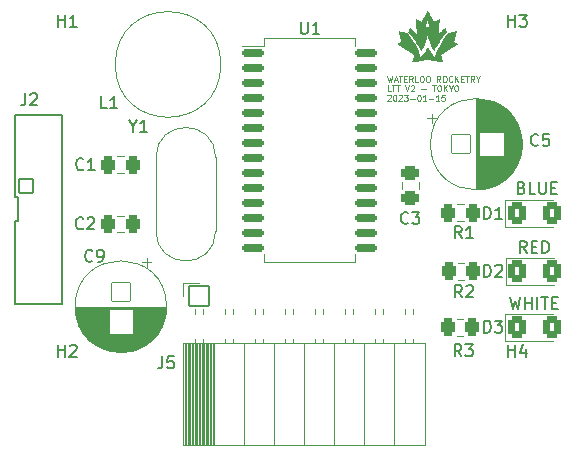
<source format=gto>
G04 #@! TF.GenerationSoftware,KiCad,Pcbnew,(6.0.10)*
G04 #@! TF.CreationDate,2023-01-26T22:30:24-05:00*
G04 #@! TF.ProjectId,telemetry_transmitter,74656c65-6d65-4747-9279-5f7472616e73,rev?*
G04 #@! TF.SameCoordinates,Original*
G04 #@! TF.FileFunction,Legend,Top*
G04 #@! TF.FilePolarity,Positive*
%FSLAX46Y46*%
G04 Gerber Fmt 4.6, Leading zero omitted, Abs format (unit mm)*
G04 Created by KiCad (PCBNEW (6.0.10)) date 2023-01-26 22:30:24*
%MOMM*%
%LPD*%
G01*
G04 APERTURE LIST*
G04 Aperture macros list*
%AMRoundRect*
0 Rectangle with rounded corners*
0 $1 Rounding radius*
0 $2 $3 $4 $5 $6 $7 $8 $9 X,Y pos of 4 corners*
0 Add a 4 corners polygon primitive as box body*
4,1,4,$2,$3,$4,$5,$6,$7,$8,$9,$2,$3,0*
0 Add four circle primitives for the rounded corners*
1,1,$1+$1,$2,$3*
1,1,$1+$1,$4,$5*
1,1,$1+$1,$6,$7*
1,1,$1+$1,$8,$9*
0 Add four rect primitives between the rounded corners*
20,1,$1+$1,$2,$3,$4,$5,0*
20,1,$1+$1,$4,$5,$6,$7,0*
20,1,$1+$1,$6,$7,$8,$9,0*
20,1,$1+$1,$8,$9,$2,$3,0*%
G04 Aperture macros list end*
%ADD10C,0.150000*%
%ADD11C,0.125000*%
%ADD12C,0.120000*%
%ADD13C,0.010000*%
%ADD14C,2.702000*%
%ADD15RoundRect,0.051000X0.850000X-0.850000X0.850000X0.850000X-0.850000X0.850000X-0.850000X-0.850000X0*%
%ADD16O,1.802000X1.802000*%
%ADD17RoundRect,0.301000X0.325000X0.450000X-0.325000X0.450000X-0.325000X-0.450000X0.325000X-0.450000X0*%
%ADD18RoundRect,0.051000X-0.800000X-0.800000X0.800000X-0.800000X0.800000X0.800000X-0.800000X0.800000X0*%
%ADD19C,1.702000*%
%ADD20RoundRect,0.301000X-0.450000X0.325000X-0.450000X-0.325000X0.450000X-0.325000X0.450000X0.325000X0*%
%ADD21RoundRect,0.051000X-0.800000X0.800000X-0.800000X-0.800000X0.800000X-0.800000X0.800000X0.800000X0*%
%ADD22RoundRect,0.201000X-0.750000X-0.150000X0.750000X-0.150000X0.750000X0.150000X-0.750000X0.150000X0*%
%ADD23C,1.602000*%
%ADD24C,5.702000*%
%ADD25C,3.702000*%
%ADD26RoundRect,0.301001X-0.462499X-0.624999X0.462499X-0.624999X0.462499X0.624999X-0.462499X0.624999X0*%
%ADD27C,2.302000*%
%ADD28RoundRect,0.051000X-0.600000X0.600000X-0.600000X-0.600000X0.600000X-0.600000X0.600000X0.600000X0*%
%ADD29C,1.302000*%
G04 APERTURE END LIST*
D10*
X226857142Y-104702380D02*
X226523809Y-104226190D01*
X226285714Y-104702380D02*
X226285714Y-103702380D01*
X226666666Y-103702380D01*
X226761904Y-103750000D01*
X226809523Y-103797619D01*
X226857142Y-103892857D01*
X226857142Y-104035714D01*
X226809523Y-104130952D01*
X226761904Y-104178571D01*
X226666666Y-104226190D01*
X226285714Y-104226190D01*
X227285714Y-104178571D02*
X227619047Y-104178571D01*
X227761904Y-104702380D02*
X227285714Y-104702380D01*
X227285714Y-103702380D01*
X227761904Y-103702380D01*
X228190476Y-104702380D02*
X228190476Y-103702380D01*
X228428571Y-103702380D01*
X228571428Y-103750000D01*
X228666666Y-103845238D01*
X228714285Y-103940476D01*
X228761904Y-104130952D01*
X228761904Y-104273809D01*
X228714285Y-104464285D01*
X228666666Y-104559523D01*
X228571428Y-104654761D01*
X228428571Y-104702380D01*
X228190476Y-104702380D01*
X226440476Y-99178571D02*
X226583333Y-99226190D01*
X226630952Y-99273809D01*
X226678571Y-99369047D01*
X226678571Y-99511904D01*
X226630952Y-99607142D01*
X226583333Y-99654761D01*
X226488095Y-99702380D01*
X226107142Y-99702380D01*
X226107142Y-98702380D01*
X226440476Y-98702380D01*
X226535714Y-98750000D01*
X226583333Y-98797619D01*
X226630952Y-98892857D01*
X226630952Y-98988095D01*
X226583333Y-99083333D01*
X226535714Y-99130952D01*
X226440476Y-99178571D01*
X226107142Y-99178571D01*
X227583333Y-99702380D02*
X227107142Y-99702380D01*
X227107142Y-98702380D01*
X227916666Y-98702380D02*
X227916666Y-99511904D01*
X227964285Y-99607142D01*
X228011904Y-99654761D01*
X228107142Y-99702380D01*
X228297619Y-99702380D01*
X228392857Y-99654761D01*
X228440476Y-99607142D01*
X228488095Y-99511904D01*
X228488095Y-98702380D01*
X228964285Y-99178571D02*
X229297619Y-99178571D01*
X229440476Y-99702380D02*
X228964285Y-99702380D01*
X228964285Y-98702380D01*
X229440476Y-98702380D01*
D11*
X215052678Y-89721190D02*
X215171726Y-90221190D01*
X215266964Y-89864047D01*
X215362202Y-90221190D01*
X215481250Y-89721190D01*
X215647916Y-90078333D02*
X215886011Y-90078333D01*
X215600297Y-90221190D02*
X215766964Y-89721190D01*
X215933630Y-90221190D01*
X216028869Y-89721190D02*
X216314583Y-89721190D01*
X216171726Y-90221190D02*
X216171726Y-89721190D01*
X216481250Y-89959285D02*
X216647916Y-89959285D01*
X216719345Y-90221190D02*
X216481250Y-90221190D01*
X216481250Y-89721190D01*
X216719345Y-89721190D01*
X217219345Y-90221190D02*
X217052678Y-89983095D01*
X216933630Y-90221190D02*
X216933630Y-89721190D01*
X217124107Y-89721190D01*
X217171726Y-89745000D01*
X217195535Y-89768809D01*
X217219345Y-89816428D01*
X217219345Y-89887857D01*
X217195535Y-89935476D01*
X217171726Y-89959285D01*
X217124107Y-89983095D01*
X216933630Y-89983095D01*
X217671726Y-90221190D02*
X217433630Y-90221190D01*
X217433630Y-89721190D01*
X217933630Y-89721190D02*
X218028869Y-89721190D01*
X218076488Y-89745000D01*
X218124107Y-89792619D01*
X218147916Y-89887857D01*
X218147916Y-90054523D01*
X218124107Y-90149761D01*
X218076488Y-90197380D01*
X218028869Y-90221190D01*
X217933630Y-90221190D01*
X217886011Y-90197380D01*
X217838392Y-90149761D01*
X217814583Y-90054523D01*
X217814583Y-89887857D01*
X217838392Y-89792619D01*
X217886011Y-89745000D01*
X217933630Y-89721190D01*
X218457440Y-89721190D02*
X218552678Y-89721190D01*
X218600297Y-89745000D01*
X218647916Y-89792619D01*
X218671726Y-89887857D01*
X218671726Y-90054523D01*
X218647916Y-90149761D01*
X218600297Y-90197380D01*
X218552678Y-90221190D01*
X218457440Y-90221190D01*
X218409821Y-90197380D01*
X218362202Y-90149761D01*
X218338392Y-90054523D01*
X218338392Y-89887857D01*
X218362202Y-89792619D01*
X218409821Y-89745000D01*
X218457440Y-89721190D01*
X219552678Y-90221190D02*
X219386011Y-89983095D01*
X219266964Y-90221190D02*
X219266964Y-89721190D01*
X219457440Y-89721190D01*
X219505059Y-89745000D01*
X219528869Y-89768809D01*
X219552678Y-89816428D01*
X219552678Y-89887857D01*
X219528869Y-89935476D01*
X219505059Y-89959285D01*
X219457440Y-89983095D01*
X219266964Y-89983095D01*
X219862202Y-89721190D02*
X219957440Y-89721190D01*
X220005059Y-89745000D01*
X220052678Y-89792619D01*
X220076488Y-89887857D01*
X220076488Y-90054523D01*
X220052678Y-90149761D01*
X220005059Y-90197380D01*
X219957440Y-90221190D01*
X219862202Y-90221190D01*
X219814583Y-90197380D01*
X219766964Y-90149761D01*
X219743154Y-90054523D01*
X219743154Y-89887857D01*
X219766964Y-89792619D01*
X219814583Y-89745000D01*
X219862202Y-89721190D01*
X220576488Y-90173571D02*
X220552678Y-90197380D01*
X220481250Y-90221190D01*
X220433630Y-90221190D01*
X220362202Y-90197380D01*
X220314583Y-90149761D01*
X220290773Y-90102142D01*
X220266964Y-90006904D01*
X220266964Y-89935476D01*
X220290773Y-89840238D01*
X220314583Y-89792619D01*
X220362202Y-89745000D01*
X220433630Y-89721190D01*
X220481250Y-89721190D01*
X220552678Y-89745000D01*
X220576488Y-89768809D01*
X220790773Y-90221190D02*
X220790773Y-89721190D01*
X221076488Y-90221190D02*
X220862202Y-89935476D01*
X221076488Y-89721190D02*
X220790773Y-90006904D01*
X221290773Y-89959285D02*
X221457440Y-89959285D01*
X221528869Y-90221190D02*
X221290773Y-90221190D01*
X221290773Y-89721190D01*
X221528869Y-89721190D01*
X221671726Y-89721190D02*
X221957440Y-89721190D01*
X221814583Y-90221190D02*
X221814583Y-89721190D01*
X222409821Y-90221190D02*
X222243154Y-89983095D01*
X222124107Y-90221190D02*
X222124107Y-89721190D01*
X222314583Y-89721190D01*
X222362202Y-89745000D01*
X222386011Y-89768809D01*
X222409821Y-89816428D01*
X222409821Y-89887857D01*
X222386011Y-89935476D01*
X222362202Y-89959285D01*
X222314583Y-89983095D01*
X222124107Y-89983095D01*
X222719345Y-89983095D02*
X222719345Y-90221190D01*
X222552678Y-89721190D02*
X222719345Y-89983095D01*
X222886011Y-89721190D01*
X215338392Y-91026190D02*
X215100297Y-91026190D01*
X215100297Y-90526190D01*
X215433630Y-90526190D02*
X215719345Y-90526190D01*
X215576488Y-91026190D02*
X215576488Y-90526190D01*
X215814583Y-90526190D02*
X216100297Y-90526190D01*
X215957440Y-91026190D02*
X215957440Y-90526190D01*
X216576488Y-90526190D02*
X216743154Y-91026190D01*
X216909821Y-90526190D01*
X217052678Y-90573809D02*
X217076488Y-90550000D01*
X217124107Y-90526190D01*
X217243154Y-90526190D01*
X217290773Y-90550000D01*
X217314583Y-90573809D01*
X217338392Y-90621428D01*
X217338392Y-90669047D01*
X217314583Y-90740476D01*
X217028869Y-91026190D01*
X217338392Y-91026190D01*
X217933630Y-90835714D02*
X218314583Y-90835714D01*
X218862202Y-90526190D02*
X219147916Y-90526190D01*
X219005059Y-91026190D02*
X219005059Y-90526190D01*
X219409821Y-90526190D02*
X219505059Y-90526190D01*
X219552678Y-90550000D01*
X219600297Y-90597619D01*
X219624107Y-90692857D01*
X219624107Y-90859523D01*
X219600297Y-90954761D01*
X219552678Y-91002380D01*
X219505059Y-91026190D01*
X219409821Y-91026190D01*
X219362202Y-91002380D01*
X219314583Y-90954761D01*
X219290773Y-90859523D01*
X219290773Y-90692857D01*
X219314583Y-90597619D01*
X219362202Y-90550000D01*
X219409821Y-90526190D01*
X219838392Y-91026190D02*
X219838392Y-90526190D01*
X220124107Y-91026190D02*
X219909821Y-90740476D01*
X220124107Y-90526190D02*
X219838392Y-90811904D01*
X220433630Y-90788095D02*
X220433630Y-91026190D01*
X220266964Y-90526190D02*
X220433630Y-90788095D01*
X220600297Y-90526190D01*
X220862202Y-90526190D02*
X220957440Y-90526190D01*
X221005059Y-90550000D01*
X221052678Y-90597619D01*
X221076488Y-90692857D01*
X221076488Y-90859523D01*
X221052678Y-90954761D01*
X221005059Y-91002380D01*
X220957440Y-91026190D01*
X220862202Y-91026190D01*
X220814583Y-91002380D01*
X220766964Y-90954761D01*
X220743154Y-90859523D01*
X220743154Y-90692857D01*
X220766964Y-90597619D01*
X220814583Y-90550000D01*
X220862202Y-90526190D01*
X215076488Y-91378809D02*
X215100297Y-91355000D01*
X215147916Y-91331190D01*
X215266964Y-91331190D01*
X215314583Y-91355000D01*
X215338392Y-91378809D01*
X215362202Y-91426428D01*
X215362202Y-91474047D01*
X215338392Y-91545476D01*
X215052678Y-91831190D01*
X215362202Y-91831190D01*
X215671726Y-91331190D02*
X215719345Y-91331190D01*
X215766964Y-91355000D01*
X215790773Y-91378809D01*
X215814583Y-91426428D01*
X215838392Y-91521666D01*
X215838392Y-91640714D01*
X215814583Y-91735952D01*
X215790773Y-91783571D01*
X215766964Y-91807380D01*
X215719345Y-91831190D01*
X215671726Y-91831190D01*
X215624107Y-91807380D01*
X215600297Y-91783571D01*
X215576488Y-91735952D01*
X215552678Y-91640714D01*
X215552678Y-91521666D01*
X215576488Y-91426428D01*
X215600297Y-91378809D01*
X215624107Y-91355000D01*
X215671726Y-91331190D01*
X216028869Y-91378809D02*
X216052678Y-91355000D01*
X216100297Y-91331190D01*
X216219345Y-91331190D01*
X216266964Y-91355000D01*
X216290773Y-91378809D01*
X216314583Y-91426428D01*
X216314583Y-91474047D01*
X216290773Y-91545476D01*
X216005059Y-91831190D01*
X216314583Y-91831190D01*
X216481250Y-91331190D02*
X216790773Y-91331190D01*
X216624107Y-91521666D01*
X216695535Y-91521666D01*
X216743154Y-91545476D01*
X216766964Y-91569285D01*
X216790773Y-91616904D01*
X216790773Y-91735952D01*
X216766964Y-91783571D01*
X216743154Y-91807380D01*
X216695535Y-91831190D01*
X216552678Y-91831190D01*
X216505059Y-91807380D01*
X216481250Y-91783571D01*
X217005059Y-91640714D02*
X217386011Y-91640714D01*
X217719345Y-91331190D02*
X217766964Y-91331190D01*
X217814583Y-91355000D01*
X217838392Y-91378809D01*
X217862202Y-91426428D01*
X217886011Y-91521666D01*
X217886011Y-91640714D01*
X217862202Y-91735952D01*
X217838392Y-91783571D01*
X217814583Y-91807380D01*
X217766964Y-91831190D01*
X217719345Y-91831190D01*
X217671726Y-91807380D01*
X217647916Y-91783571D01*
X217624107Y-91735952D01*
X217600297Y-91640714D01*
X217600297Y-91521666D01*
X217624107Y-91426428D01*
X217647916Y-91378809D01*
X217671726Y-91355000D01*
X217719345Y-91331190D01*
X218362202Y-91831190D02*
X218076488Y-91831190D01*
X218219345Y-91831190D02*
X218219345Y-91331190D01*
X218171726Y-91402619D01*
X218124107Y-91450238D01*
X218076488Y-91474047D01*
X218576488Y-91640714D02*
X218957440Y-91640714D01*
X219457440Y-91831190D02*
X219171726Y-91831190D01*
X219314583Y-91831190D02*
X219314583Y-91331190D01*
X219266964Y-91402619D01*
X219219345Y-91450238D01*
X219171726Y-91474047D01*
X219909821Y-91331190D02*
X219671726Y-91331190D01*
X219647916Y-91569285D01*
X219671726Y-91545476D01*
X219719345Y-91521666D01*
X219838392Y-91521666D01*
X219886011Y-91545476D01*
X219909821Y-91569285D01*
X219933630Y-91616904D01*
X219933630Y-91735952D01*
X219909821Y-91783571D01*
X219886011Y-91807380D01*
X219838392Y-91831190D01*
X219719345Y-91831190D01*
X219671726Y-91807380D01*
X219647916Y-91783571D01*
D10*
X225476190Y-108452380D02*
X225714285Y-109452380D01*
X225904761Y-108738095D01*
X226095238Y-109452380D01*
X226333333Y-108452380D01*
X226714285Y-109452380D02*
X226714285Y-108452380D01*
X226714285Y-108928571D02*
X227285714Y-108928571D01*
X227285714Y-109452380D02*
X227285714Y-108452380D01*
X227761904Y-109452380D02*
X227761904Y-108452380D01*
X228095238Y-108452380D02*
X228666666Y-108452380D01*
X228380952Y-109452380D02*
X228380952Y-108452380D01*
X229000000Y-108928571D02*
X229333333Y-108928571D01*
X229476190Y-109452380D02*
X229000000Y-109452380D01*
X229000000Y-108452380D01*
X229476190Y-108452380D01*
X191333333Y-92452380D02*
X190857142Y-92452380D01*
X190857142Y-91452380D01*
X192190476Y-92452380D02*
X191619047Y-92452380D01*
X191904761Y-92452380D02*
X191904761Y-91452380D01*
X191809523Y-91595238D01*
X191714285Y-91690476D01*
X191619047Y-91738095D01*
X196021666Y-113477380D02*
X196021666Y-114191666D01*
X195974047Y-114334523D01*
X195878809Y-114429761D01*
X195735952Y-114477380D01*
X195640714Y-114477380D01*
X196974047Y-113477380D02*
X196497857Y-113477380D01*
X196450238Y-113953571D01*
X196497857Y-113905952D01*
X196593095Y-113858333D01*
X196831190Y-113858333D01*
X196926428Y-113905952D01*
X196974047Y-113953571D01*
X197021666Y-114048809D01*
X197021666Y-114286904D01*
X196974047Y-114382142D01*
X196926428Y-114429761D01*
X196831190Y-114477380D01*
X196593095Y-114477380D01*
X196497857Y-114429761D01*
X196450238Y-114382142D01*
X189333333Y-97607142D02*
X189285714Y-97654761D01*
X189142857Y-97702380D01*
X189047619Y-97702380D01*
X188904761Y-97654761D01*
X188809523Y-97559523D01*
X188761904Y-97464285D01*
X188714285Y-97273809D01*
X188714285Y-97130952D01*
X188761904Y-96940476D01*
X188809523Y-96845238D01*
X188904761Y-96750000D01*
X189047619Y-96702380D01*
X189142857Y-96702380D01*
X189285714Y-96750000D01*
X189333333Y-96797619D01*
X190285714Y-97702380D02*
X189714285Y-97702380D01*
X190000000Y-97702380D02*
X190000000Y-96702380D01*
X189904761Y-96845238D01*
X189809523Y-96940476D01*
X189714285Y-96988095D01*
X227833333Y-95557142D02*
X227785714Y-95604761D01*
X227642857Y-95652380D01*
X227547619Y-95652380D01*
X227404761Y-95604761D01*
X227309523Y-95509523D01*
X227261904Y-95414285D01*
X227214285Y-95223809D01*
X227214285Y-95080952D01*
X227261904Y-94890476D01*
X227309523Y-94795238D01*
X227404761Y-94700000D01*
X227547619Y-94652380D01*
X227642857Y-94652380D01*
X227785714Y-94700000D01*
X227833333Y-94747619D01*
X228738095Y-94652380D02*
X228261904Y-94652380D01*
X228214285Y-95128571D01*
X228261904Y-95080952D01*
X228357142Y-95033333D01*
X228595238Y-95033333D01*
X228690476Y-95080952D01*
X228738095Y-95128571D01*
X228785714Y-95223809D01*
X228785714Y-95461904D01*
X228738095Y-95557142D01*
X228690476Y-95604761D01*
X228595238Y-95652380D01*
X228357142Y-95652380D01*
X228261904Y-95604761D01*
X228214285Y-95557142D01*
X216833333Y-102157142D02*
X216785714Y-102204761D01*
X216642857Y-102252380D01*
X216547619Y-102252380D01*
X216404761Y-102204761D01*
X216309523Y-102109523D01*
X216261904Y-102014285D01*
X216214285Y-101823809D01*
X216214285Y-101680952D01*
X216261904Y-101490476D01*
X216309523Y-101395238D01*
X216404761Y-101300000D01*
X216547619Y-101252380D01*
X216642857Y-101252380D01*
X216785714Y-101300000D01*
X216833333Y-101347619D01*
X217166666Y-101252380D02*
X217785714Y-101252380D01*
X217452380Y-101633333D01*
X217595238Y-101633333D01*
X217690476Y-101680952D01*
X217738095Y-101728571D01*
X217785714Y-101823809D01*
X217785714Y-102061904D01*
X217738095Y-102157142D01*
X217690476Y-102204761D01*
X217595238Y-102252380D01*
X217309523Y-102252380D01*
X217214285Y-102204761D01*
X217166666Y-102157142D01*
X190083333Y-105357142D02*
X190035714Y-105404761D01*
X189892857Y-105452380D01*
X189797619Y-105452380D01*
X189654761Y-105404761D01*
X189559523Y-105309523D01*
X189511904Y-105214285D01*
X189464285Y-105023809D01*
X189464285Y-104880952D01*
X189511904Y-104690476D01*
X189559523Y-104595238D01*
X189654761Y-104500000D01*
X189797619Y-104452380D01*
X189892857Y-104452380D01*
X190035714Y-104500000D01*
X190083333Y-104547619D01*
X190559523Y-105452380D02*
X190750000Y-105452380D01*
X190845238Y-105404761D01*
X190892857Y-105357142D01*
X190988095Y-105214285D01*
X191035714Y-105023809D01*
X191035714Y-104642857D01*
X190988095Y-104547619D01*
X190940476Y-104500000D01*
X190845238Y-104452380D01*
X190654761Y-104452380D01*
X190559523Y-104500000D01*
X190511904Y-104547619D01*
X190464285Y-104642857D01*
X190464285Y-104880952D01*
X190511904Y-104976190D01*
X190559523Y-105023809D01*
X190654761Y-105071428D01*
X190845238Y-105071428D01*
X190940476Y-105023809D01*
X190988095Y-104976190D01*
X191035714Y-104880952D01*
X189308333Y-102607142D02*
X189260714Y-102654761D01*
X189117857Y-102702380D01*
X189022619Y-102702380D01*
X188879761Y-102654761D01*
X188784523Y-102559523D01*
X188736904Y-102464285D01*
X188689285Y-102273809D01*
X188689285Y-102130952D01*
X188736904Y-101940476D01*
X188784523Y-101845238D01*
X188879761Y-101750000D01*
X189022619Y-101702380D01*
X189117857Y-101702380D01*
X189260714Y-101750000D01*
X189308333Y-101797619D01*
X189689285Y-101797619D02*
X189736904Y-101750000D01*
X189832142Y-101702380D01*
X190070238Y-101702380D01*
X190165476Y-101750000D01*
X190213095Y-101797619D01*
X190260714Y-101892857D01*
X190260714Y-101988095D01*
X190213095Y-102130952D01*
X189641666Y-102702380D01*
X190260714Y-102702380D01*
X207738095Y-85152380D02*
X207738095Y-85961904D01*
X207785714Y-86057142D01*
X207833333Y-86104761D01*
X207928571Y-86152380D01*
X208119047Y-86152380D01*
X208214285Y-86104761D01*
X208261904Y-86057142D01*
X208309523Y-85961904D01*
X208309523Y-85152380D01*
X209309523Y-86152380D02*
X208738095Y-86152380D01*
X209023809Y-86152380D02*
X209023809Y-85152380D01*
X208928571Y-85295238D01*
X208833333Y-85390476D01*
X208738095Y-85438095D01*
X193523809Y-93976190D02*
X193523809Y-94452380D01*
X193190476Y-93452380D02*
X193523809Y-93976190D01*
X193857142Y-93452380D01*
X194714285Y-94452380D02*
X194142857Y-94452380D01*
X194428571Y-94452380D02*
X194428571Y-93452380D01*
X194333333Y-93595238D01*
X194238095Y-93690476D01*
X194142857Y-93738095D01*
X225298095Y-85552380D02*
X225298095Y-84552380D01*
X225298095Y-85028571D02*
X225869523Y-85028571D01*
X225869523Y-85552380D02*
X225869523Y-84552380D01*
X226250476Y-84552380D02*
X226869523Y-84552380D01*
X226536190Y-84933333D01*
X226679047Y-84933333D01*
X226774285Y-84980952D01*
X226821904Y-85028571D01*
X226869523Y-85123809D01*
X226869523Y-85361904D01*
X226821904Y-85457142D01*
X226774285Y-85504761D01*
X226679047Y-85552380D01*
X226393333Y-85552380D01*
X226298095Y-85504761D01*
X226250476Y-85457142D01*
X187198095Y-113492380D02*
X187198095Y-112492380D01*
X187198095Y-112968571D02*
X187769523Y-112968571D01*
X187769523Y-113492380D02*
X187769523Y-112492380D01*
X188198095Y-112587619D02*
X188245714Y-112540000D01*
X188340952Y-112492380D01*
X188579047Y-112492380D01*
X188674285Y-112540000D01*
X188721904Y-112587619D01*
X188769523Y-112682857D01*
X188769523Y-112778095D01*
X188721904Y-112920952D01*
X188150476Y-113492380D01*
X188769523Y-113492380D01*
X187198095Y-85552380D02*
X187198095Y-84552380D01*
X187198095Y-85028571D02*
X187769523Y-85028571D01*
X187769523Y-85552380D02*
X187769523Y-84552380D01*
X188769523Y-85552380D02*
X188198095Y-85552380D01*
X188483809Y-85552380D02*
X188483809Y-84552380D01*
X188388571Y-84695238D01*
X188293333Y-84790476D01*
X188198095Y-84838095D01*
X223261904Y-106724620D02*
X223261904Y-105724620D01*
X223500000Y-105724620D01*
X223642857Y-105772240D01*
X223738095Y-105867478D01*
X223785714Y-105962716D01*
X223833333Y-106153192D01*
X223833333Y-106296049D01*
X223785714Y-106486525D01*
X223738095Y-106581763D01*
X223642857Y-106677001D01*
X223500000Y-106724620D01*
X223261904Y-106724620D01*
X224214285Y-105819859D02*
X224261904Y-105772240D01*
X224357142Y-105724620D01*
X224595238Y-105724620D01*
X224690476Y-105772240D01*
X224738095Y-105819859D01*
X224785714Y-105915097D01*
X224785714Y-106010335D01*
X224738095Y-106153192D01*
X224166666Y-106724620D01*
X224785714Y-106724620D01*
X223261904Y-101817380D02*
X223261904Y-100817380D01*
X223500000Y-100817380D01*
X223642857Y-100865000D01*
X223738095Y-100960238D01*
X223785714Y-101055476D01*
X223833333Y-101245952D01*
X223833333Y-101388809D01*
X223785714Y-101579285D01*
X223738095Y-101674523D01*
X223642857Y-101769761D01*
X223500000Y-101817380D01*
X223261904Y-101817380D01*
X224785714Y-101817380D02*
X224214285Y-101817380D01*
X224500000Y-101817380D02*
X224500000Y-100817380D01*
X224404761Y-100960238D01*
X224309523Y-101055476D01*
X224214285Y-101103095D01*
X223261904Y-111452380D02*
X223261904Y-110452380D01*
X223500000Y-110452380D01*
X223642857Y-110500000D01*
X223738095Y-110595238D01*
X223785714Y-110690476D01*
X223833333Y-110880952D01*
X223833333Y-111023809D01*
X223785714Y-111214285D01*
X223738095Y-111309523D01*
X223642857Y-111404761D01*
X223500000Y-111452380D01*
X223261904Y-111452380D01*
X224166666Y-110452380D02*
X224785714Y-110452380D01*
X224452380Y-110833333D01*
X224595238Y-110833333D01*
X224690476Y-110880952D01*
X224738095Y-110928571D01*
X224785714Y-111023809D01*
X224785714Y-111261904D01*
X224738095Y-111357142D01*
X224690476Y-111404761D01*
X224595238Y-111452380D01*
X224309523Y-111452380D01*
X224214285Y-111404761D01*
X224166666Y-111357142D01*
X184416666Y-91202380D02*
X184416666Y-91916666D01*
X184369047Y-92059523D01*
X184273809Y-92154761D01*
X184130952Y-92202380D01*
X184035714Y-92202380D01*
X184845238Y-91297619D02*
X184892857Y-91250000D01*
X184988095Y-91202380D01*
X185226190Y-91202380D01*
X185321428Y-91250000D01*
X185369047Y-91297619D01*
X185416666Y-91392857D01*
X185416666Y-91488095D01*
X185369047Y-91630952D01*
X184797619Y-92202380D01*
X185416666Y-92202380D01*
X221387085Y-108452380D02*
X221053752Y-107976190D01*
X220815656Y-108452380D02*
X220815656Y-107452380D01*
X221196609Y-107452380D01*
X221291847Y-107500000D01*
X221339466Y-107547619D01*
X221387085Y-107642857D01*
X221387085Y-107785714D01*
X221339466Y-107880952D01*
X221291847Y-107928571D01*
X221196609Y-107976190D01*
X220815656Y-107976190D01*
X221768037Y-107547619D02*
X221815656Y-107500000D01*
X221910894Y-107452380D01*
X222148990Y-107452380D01*
X222244228Y-107500000D01*
X222291847Y-107547619D01*
X222339466Y-107642857D01*
X222339466Y-107738095D01*
X222291847Y-107880952D01*
X221720418Y-108452380D01*
X222339466Y-108452380D01*
X221357085Y-103452380D02*
X221023752Y-102976190D01*
X220785656Y-103452380D02*
X220785656Y-102452380D01*
X221166609Y-102452380D01*
X221261847Y-102500000D01*
X221309466Y-102547619D01*
X221357085Y-102642857D01*
X221357085Y-102785714D01*
X221309466Y-102880952D01*
X221261847Y-102928571D01*
X221166609Y-102976190D01*
X220785656Y-102976190D01*
X222309466Y-103452380D02*
X221738037Y-103452380D01*
X222023752Y-103452380D02*
X222023752Y-102452380D01*
X221928513Y-102595238D01*
X221833275Y-102690476D01*
X221738037Y-102738095D01*
X221344585Y-113452380D02*
X221011252Y-112976190D01*
X220773156Y-113452380D02*
X220773156Y-112452380D01*
X221154109Y-112452380D01*
X221249347Y-112500000D01*
X221296966Y-112547619D01*
X221344585Y-112642857D01*
X221344585Y-112785714D01*
X221296966Y-112880952D01*
X221249347Y-112928571D01*
X221154109Y-112976190D01*
X220773156Y-112976190D01*
X221677918Y-112452380D02*
X222296966Y-112452380D01*
X221963632Y-112833333D01*
X222106490Y-112833333D01*
X222201728Y-112880952D01*
X222249347Y-112928571D01*
X222296966Y-113023809D01*
X222296966Y-113261904D01*
X222249347Y-113357142D01*
X222201728Y-113404761D01*
X222106490Y-113452380D01*
X221820775Y-113452380D01*
X221725537Y-113404761D01*
X221677918Y-113357142D01*
X225298095Y-113492380D02*
X225298095Y-112492380D01*
X225298095Y-112968571D02*
X225869523Y-112968571D01*
X225869523Y-113492380D02*
X225869523Y-112492380D01*
X226774285Y-112825714D02*
X226774285Y-113492380D01*
X226536190Y-112444761D02*
X226298095Y-113159047D01*
X226917142Y-113159047D01*
D12*
X200970000Y-88750000D02*
G75*
G03*
X200970000Y-88750000I-4470000J0D01*
G01*
X197795000Y-121005000D02*
X197795000Y-112375000D01*
X208015000Y-121005000D02*
X208015000Y-112375000D01*
X207105000Y-109865000D02*
X207105000Y-109425000D01*
X198623570Y-121005000D02*
X198623570Y-112375000D01*
X201305000Y-109865000D02*
X201305000Y-109425000D01*
X204565000Y-112375000D02*
X204565000Y-111965000D01*
X197915000Y-121005000D02*
X197915000Y-112375000D01*
X211465000Y-109865000D02*
X211465000Y-109425000D01*
X198765000Y-112375000D02*
X198765000Y-111965000D01*
X206385000Y-109865000D02*
X206385000Y-109425000D01*
X202025000Y-112375000D02*
X202025000Y-111965000D01*
X200158805Y-121005000D02*
X200158805Y-112375000D01*
X199804520Y-121005000D02*
X199804520Y-112375000D01*
X206385000Y-112375000D02*
X206385000Y-111965000D01*
X199485000Y-112375000D02*
X199485000Y-111965000D01*
X203845000Y-112375000D02*
X203845000Y-111965000D01*
X209645000Y-109865000D02*
X209645000Y-109425000D01*
X214005000Y-112375000D02*
X214005000Y-111965000D01*
X198977855Y-121005000D02*
X198977855Y-112375000D01*
X198765000Y-109865000D02*
X198765000Y-109485000D01*
X205475000Y-121005000D02*
X205475000Y-112375000D01*
X200040710Y-121005000D02*
X200040710Y-112375000D01*
X212185000Y-109865000D02*
X212185000Y-109425000D01*
X216545000Y-109865000D02*
X216545000Y-109425000D01*
X215635000Y-121005000D02*
X215635000Y-112375000D01*
X198151190Y-121005000D02*
X198151190Y-112375000D01*
X199922615Y-121005000D02*
X199922615Y-112375000D01*
X208925000Y-112375000D02*
X208925000Y-111965000D01*
X198741665Y-121005000D02*
X198741665Y-112375000D01*
X214005000Y-109865000D02*
X214005000Y-109425000D01*
X211465000Y-112375000D02*
X211465000Y-111965000D01*
X199568330Y-121005000D02*
X199568330Y-112375000D01*
X214725000Y-112375000D02*
X214725000Y-111965000D01*
X198269285Y-121005000D02*
X198269285Y-112375000D01*
X199095950Y-121005000D02*
X199095950Y-112375000D01*
X199485000Y-109865000D02*
X199485000Y-109485000D01*
X207105000Y-112375000D02*
X207105000Y-111965000D01*
X198859760Y-121005000D02*
X198859760Y-112375000D01*
X210555000Y-121005000D02*
X210555000Y-112375000D01*
X202935000Y-121005000D02*
X202935000Y-112375000D01*
X209645000Y-112375000D02*
X209645000Y-111965000D01*
X200276900Y-121005000D02*
X200276900Y-112375000D01*
X217265000Y-112375000D02*
X217265000Y-111965000D01*
X198033095Y-121005000D02*
X198033095Y-112375000D01*
X199686425Y-121005000D02*
X199686425Y-112375000D01*
X198505475Y-121005000D02*
X198505475Y-112375000D01*
X201305000Y-112375000D02*
X201305000Y-111965000D01*
X197795000Y-121005000D02*
X218235000Y-121005000D01*
X197795000Y-107265000D02*
X199125000Y-107265000D01*
X199450235Y-121005000D02*
X199450235Y-112375000D01*
X198387380Y-121005000D02*
X198387380Y-112375000D01*
X218235000Y-121005000D02*
X218235000Y-112375000D01*
X197795000Y-112375000D02*
X218235000Y-112375000D01*
X212185000Y-112375000D02*
X212185000Y-111965000D01*
X200395000Y-121005000D02*
X200395000Y-112375000D01*
X199332140Y-121005000D02*
X199332140Y-112375000D01*
X213095000Y-121005000D02*
X213095000Y-112375000D01*
X199214045Y-121005000D02*
X199214045Y-112375000D01*
X204565000Y-109865000D02*
X204565000Y-109425000D01*
X217265000Y-109865000D02*
X217265000Y-109425000D01*
X208925000Y-109865000D02*
X208925000Y-109425000D01*
X216545000Y-112375000D02*
X216545000Y-111965000D01*
X214725000Y-109865000D02*
X214725000Y-109425000D01*
X202025000Y-109865000D02*
X202025000Y-109425000D01*
X203845000Y-109865000D02*
X203845000Y-109425000D01*
X197795000Y-108375000D02*
X197795000Y-107265000D01*
X192736252Y-96540000D02*
X192213748Y-96540000D01*
X192736252Y-97960000D02*
X192213748Y-97960000D01*
X225229606Y-92710000D02*
X225229606Y-98290000D01*
X224269606Y-92053000D02*
X224269606Y-94460000D01*
X224669606Y-96540000D02*
X224669606Y-98724000D01*
X224869606Y-92412000D02*
X224869606Y-94460000D01*
X224629606Y-92251000D02*
X224629606Y-94460000D01*
X218821395Y-92950000D02*
X218821395Y-93700000D01*
X224069606Y-91964000D02*
X224069606Y-94460000D01*
X224709606Y-96540000D02*
X224709606Y-98698000D01*
X223148606Y-96540000D02*
X223148606Y-99290000D01*
X223789606Y-91860000D02*
X223789606Y-94460000D01*
X224389606Y-92114000D02*
X224389606Y-94460000D01*
X223549606Y-96540000D02*
X223549606Y-99210000D01*
X223268606Y-91730000D02*
X223268606Y-94460000D01*
X224429606Y-92135000D02*
X224429606Y-94460000D01*
X224669606Y-92276000D02*
X224669606Y-94460000D01*
X225109606Y-92602000D02*
X225109606Y-98398000D01*
X222868606Y-91680000D02*
X222868606Y-94460000D01*
X224469606Y-92157000D02*
X224469606Y-94460000D01*
X224589606Y-92226000D02*
X224589606Y-94460000D01*
X224269606Y-96540000D02*
X224269606Y-98947000D01*
X223869606Y-91887000D02*
X223869606Y-94460000D01*
X224189606Y-96540000D02*
X224189606Y-98984000D01*
X224829606Y-96540000D02*
X224829606Y-98616000D01*
X225389606Y-92868000D02*
X225389606Y-98132000D01*
X225549606Y-93046000D02*
X225549606Y-97954000D01*
X224549606Y-96540000D02*
X224549606Y-98797000D01*
X223429606Y-96540000D02*
X223429606Y-99238000D01*
X223749606Y-91847000D02*
X223749606Y-94460000D01*
X225829606Y-93423000D02*
X225829606Y-97577000D01*
X224109606Y-91980000D02*
X224109606Y-94460000D01*
X223349606Y-96540000D02*
X223349606Y-99255000D01*
X223989606Y-91932000D02*
X223989606Y-94460000D01*
X223429606Y-91762000D02*
X223429606Y-94460000D01*
X224309606Y-92073000D02*
X224309606Y-94460000D01*
X224989606Y-92504000D02*
X224989606Y-98496000D01*
X224109606Y-96540000D02*
X224109606Y-99020000D01*
X222908606Y-96540000D02*
X222908606Y-99317000D01*
X225949606Y-93619000D02*
X225949606Y-97381000D01*
X223589606Y-96540000D02*
X223589606Y-99199000D01*
X223148606Y-91710000D02*
X223148606Y-94460000D01*
X225869606Y-93486000D02*
X225869606Y-97514000D01*
X223028606Y-96540000D02*
X223028606Y-99305000D01*
X222788606Y-91675000D02*
X222788606Y-99325000D01*
X224749606Y-92328000D02*
X224749606Y-94460000D01*
X223629606Y-91812000D02*
X223629606Y-94460000D01*
X224069606Y-96540000D02*
X224069606Y-99036000D01*
X224149606Y-91998000D02*
X224149606Y-94460000D01*
X223309606Y-96540000D02*
X223309606Y-99263000D01*
X222868606Y-96540000D02*
X222868606Y-99320000D01*
X224029606Y-91947000D02*
X224029606Y-94460000D01*
X223829606Y-91874000D02*
X223829606Y-94460000D01*
X224309606Y-96540000D02*
X224309606Y-98927000D01*
X224909606Y-92442000D02*
X224909606Y-98558000D01*
X222748606Y-91673000D02*
X222748606Y-99327000D01*
X223949606Y-91916000D02*
X223949606Y-94460000D01*
X224349606Y-96540000D02*
X224349606Y-98907000D01*
X222828606Y-91677000D02*
X222828606Y-94460000D01*
X224869606Y-96540000D02*
X224869606Y-98588000D01*
X225709606Y-93250000D02*
X225709606Y-97750000D01*
X225069606Y-92569000D02*
X225069606Y-98431000D01*
X224789606Y-96540000D02*
X224789606Y-98644000D01*
X224509606Y-92179000D02*
X224509606Y-94460000D01*
X225349606Y-92827000D02*
X225349606Y-98173000D01*
X223949606Y-96540000D02*
X223949606Y-99084000D01*
X222828606Y-96540000D02*
X222828606Y-99323000D01*
X224749606Y-96540000D02*
X224749606Y-98672000D01*
X223989606Y-96540000D02*
X223989606Y-99068000D01*
X223829606Y-96540000D02*
X223829606Y-99126000D01*
X225789606Y-93363000D02*
X225789606Y-97637000D01*
X222948606Y-91686000D02*
X222948606Y-94460000D01*
X223509606Y-91780000D02*
X223509606Y-94460000D01*
X225589606Y-93095000D02*
X225589606Y-97905000D01*
X223709606Y-96540000D02*
X223709606Y-99165000D01*
X224349606Y-92093000D02*
X224349606Y-94460000D01*
X223389606Y-91753000D02*
X223389606Y-94460000D01*
X225029606Y-92536000D02*
X225029606Y-98464000D01*
X224189606Y-92016000D02*
X224189606Y-94460000D01*
X223709606Y-91835000D02*
X223709606Y-94460000D01*
X223268606Y-96540000D02*
X223268606Y-99270000D01*
X223589606Y-91801000D02*
X223589606Y-94460000D01*
X223228606Y-96540000D02*
X223228606Y-99277000D01*
X224389606Y-96540000D02*
X224389606Y-98886000D01*
X223309606Y-91737000D02*
X223309606Y-94460000D01*
X225749606Y-93305000D02*
X225749606Y-97695000D01*
X226429606Y-95059000D02*
X226429606Y-95941000D01*
X223188606Y-91716000D02*
X223188606Y-94460000D01*
X223869606Y-96540000D02*
X223869606Y-99113000D01*
X222948606Y-96540000D02*
X222948606Y-99314000D01*
X223549606Y-91790000D02*
X223549606Y-94460000D01*
X223669606Y-96540000D02*
X223669606Y-99177000D01*
X225469606Y-92954000D02*
X225469606Y-98046000D01*
X225189606Y-92673000D02*
X225189606Y-98327000D01*
X225269606Y-92748000D02*
X225269606Y-98252000D01*
X225909606Y-93551000D02*
X225909606Y-97449000D01*
X224509606Y-96540000D02*
X224509606Y-98821000D01*
X225989606Y-93691000D02*
X225989606Y-97309000D01*
X226389606Y-94807000D02*
X226389606Y-96193000D01*
X226189606Y-94119000D02*
X226189606Y-96881000D01*
X226149606Y-94022000D02*
X226149606Y-96978000D01*
X225149606Y-92637000D02*
X225149606Y-98363000D01*
X223469606Y-96540000D02*
X223469606Y-99229000D01*
X226309606Y-94472000D02*
X226309606Y-96528000D01*
X224429606Y-96540000D02*
X224429606Y-98865000D01*
X225429606Y-92911000D02*
X225429606Y-98089000D01*
X223749606Y-96540000D02*
X223749606Y-99153000D01*
X224829606Y-92384000D02*
X224829606Y-94460000D01*
X223068606Y-96540000D02*
X223068606Y-99301000D01*
X223669606Y-91823000D02*
X223669606Y-94460000D01*
X222908606Y-91683000D02*
X222908606Y-94460000D01*
X224709606Y-92302000D02*
X224709606Y-94460000D01*
X223629606Y-96540000D02*
X223629606Y-99188000D01*
X226069606Y-93846000D02*
X226069606Y-97154000D01*
X223509606Y-96540000D02*
X223509606Y-99220000D01*
X223108606Y-96540000D02*
X223108606Y-99295000D01*
X224229606Y-92034000D02*
X224229606Y-94460000D01*
X223909606Y-91902000D02*
X223909606Y-94460000D01*
X226029606Y-93767000D02*
X226029606Y-97233000D01*
X226349606Y-94623000D02*
X226349606Y-96377000D01*
X224549606Y-92203000D02*
X224549606Y-94460000D01*
X224469606Y-96540000D02*
X224469606Y-98843000D01*
X223028606Y-91695000D02*
X223028606Y-94460000D01*
X223108606Y-91705000D02*
X223108606Y-94460000D01*
X225669606Y-93196000D02*
X225669606Y-97804000D01*
X222588606Y-91670000D02*
X222588606Y-99330000D01*
X222988606Y-91690000D02*
X222988606Y-94460000D01*
X226269606Y-94342000D02*
X226269606Y-96658000D01*
X225629606Y-93145000D02*
X225629606Y-97855000D01*
X218446395Y-93325000D02*
X219196395Y-93325000D01*
X224949606Y-92472000D02*
X224949606Y-98528000D01*
X223909606Y-96540000D02*
X223909606Y-99098000D01*
X224629606Y-96540000D02*
X224629606Y-98749000D01*
X222628606Y-91670000D02*
X222628606Y-99330000D01*
X226109606Y-93931000D02*
X226109606Y-97069000D01*
X223068606Y-91699000D02*
X223068606Y-94460000D01*
X222668606Y-91670000D02*
X222668606Y-99330000D01*
X223188606Y-96540000D02*
X223188606Y-99284000D01*
X223349606Y-91745000D02*
X223349606Y-94460000D01*
X222708606Y-91671000D02*
X222708606Y-99329000D01*
X224149606Y-96540000D02*
X224149606Y-99002000D01*
X223789606Y-96540000D02*
X223789606Y-99140000D01*
X225509606Y-93000000D02*
X225509606Y-98000000D01*
X224029606Y-96540000D02*
X224029606Y-99053000D01*
X224229606Y-96540000D02*
X224229606Y-98966000D01*
X226229606Y-94225000D02*
X226229606Y-96775000D01*
X225309606Y-92787000D02*
X225309606Y-98213000D01*
X223228606Y-91723000D02*
X223228606Y-94460000D01*
X223469606Y-91771000D02*
X223469606Y-94460000D01*
X224789606Y-92356000D02*
X224789606Y-94460000D01*
X222988606Y-96540000D02*
X222988606Y-99310000D01*
X223389606Y-96540000D02*
X223389606Y-99247000D01*
X224589606Y-96540000D02*
X224589606Y-98774000D01*
X226458606Y-95500000D02*
G75*
G03*
X226458606Y-95500000I-3870000J0D01*
G01*
X216290000Y-98738748D02*
X216290000Y-99261252D01*
X217710000Y-98738748D02*
X217710000Y-99261252D01*
X195050000Y-105482789D02*
X194300000Y-105482789D01*
X195774000Y-111251000D02*
X193540000Y-111251000D01*
X191460000Y-110971000D02*
X189073000Y-110971000D01*
X195886000Y-111051000D02*
X193540000Y-111051000D01*
X191460000Y-111451000D02*
X189356000Y-111451000D01*
X193881000Y-112851000D02*
X191119000Y-112851000D01*
X194233000Y-112691000D02*
X190767000Y-112691000D01*
X191460000Y-110571000D02*
X188902000Y-110571000D01*
X191460000Y-110251000D02*
X188801000Y-110251000D01*
X196317000Y-109570000D02*
X193540000Y-109570000D01*
X195252000Y-111931000D02*
X189748000Y-111931000D01*
X191460000Y-110931000D02*
X189053000Y-110931000D01*
X194381000Y-112611000D02*
X190619000Y-112611000D01*
X194695000Y-112411000D02*
X190305000Y-112411000D01*
X195046000Y-112131000D02*
X189954000Y-112131000D01*
X195672000Y-111411000D02*
X193540000Y-111411000D01*
X196314000Y-109610000D02*
X193540000Y-109610000D01*
X195821000Y-111171000D02*
X193540000Y-111171000D01*
X191460000Y-110051000D02*
X188753000Y-110051000D01*
X194750000Y-112371000D02*
X190250000Y-112371000D01*
X196247000Y-110051000D02*
X193540000Y-110051000D01*
X191460000Y-109930000D02*
X188730000Y-109930000D01*
X193658000Y-112931000D02*
X191342000Y-112931000D01*
X195984000Y-110851000D02*
X193540000Y-110851000D01*
X195528000Y-111611000D02*
X189472000Y-111611000D01*
X194855000Y-112291000D02*
X190145000Y-112291000D01*
X191460000Y-109530000D02*
X188680000Y-109530000D01*
X196330000Y-109290000D02*
X188670000Y-109290000D01*
X193978000Y-112811000D02*
X191022000Y-112811000D01*
X191460000Y-109610000D02*
X188686000Y-109610000D01*
X192941000Y-113091000D02*
X192059000Y-113091000D01*
X191460000Y-110491000D02*
X188874000Y-110491000D01*
X191460000Y-110211000D02*
X188790000Y-110211000D01*
X191460000Y-110371000D02*
X188835000Y-110371000D01*
X191460000Y-109810000D02*
X188710000Y-109810000D01*
X195000000Y-112171000D02*
X190000000Y-112171000D01*
X195927000Y-110971000D02*
X193540000Y-110971000D01*
X195865000Y-111091000D02*
X193540000Y-111091000D01*
X196126000Y-110491000D02*
X193540000Y-110491000D01*
X191460000Y-109850000D02*
X188716000Y-109850000D01*
X191460000Y-111371000D02*
X189302000Y-111371000D01*
X195496000Y-111651000D02*
X189504000Y-111651000D01*
X195966000Y-110891000D02*
X193540000Y-110891000D01*
X195327000Y-111851000D02*
X189673000Y-111851000D01*
X196238000Y-110091000D02*
X193540000Y-110091000D01*
X195724000Y-111331000D02*
X193540000Y-111331000D01*
X191460000Y-111531000D02*
X189412000Y-111531000D01*
X195464000Y-111691000D02*
X189536000Y-111691000D01*
X195290000Y-111891000D02*
X189710000Y-111891000D01*
X196177000Y-110331000D02*
X193540000Y-110331000D01*
X196084000Y-110611000D02*
X193540000Y-110611000D01*
X196327000Y-109410000D02*
X188673000Y-109410000D01*
X191460000Y-109490000D02*
X188677000Y-109490000D01*
X196284000Y-109850000D02*
X193540000Y-109850000D01*
X191460000Y-110611000D02*
X188916000Y-110611000D01*
X194954000Y-112211000D02*
X190046000Y-112211000D01*
X195698000Y-111371000D02*
X193540000Y-111371000D01*
X196098000Y-110571000D02*
X193540000Y-110571000D01*
X191460000Y-109570000D02*
X188683000Y-109570000D01*
X196229000Y-110131000D02*
X193540000Y-110131000D01*
X191460000Y-110851000D02*
X189016000Y-110851000D01*
X196305000Y-109690000D02*
X193540000Y-109690000D01*
X191460000Y-109971000D02*
X188737000Y-109971000D01*
X196290000Y-109810000D02*
X193540000Y-109810000D01*
X196263000Y-109971000D02*
X193540000Y-109971000D01*
X195797000Y-111211000D02*
X193540000Y-111211000D01*
X196210000Y-110211000D02*
X193540000Y-110211000D01*
X193377000Y-113011000D02*
X191623000Y-113011000D01*
X191460000Y-111291000D02*
X189251000Y-111291000D01*
X194637000Y-112451000D02*
X190363000Y-112451000D01*
X196323000Y-109490000D02*
X193540000Y-109490000D01*
X194905000Y-112251000D02*
X190095000Y-112251000D01*
X196277000Y-109890000D02*
X193540000Y-109890000D01*
X191460000Y-109690000D02*
X188695000Y-109690000D01*
X196020000Y-110771000D02*
X193540000Y-110771000D01*
X191460000Y-109730000D02*
X188699000Y-109730000D01*
X196188000Y-110291000D02*
X193540000Y-110291000D01*
X191460000Y-110891000D02*
X189034000Y-110891000D01*
X194577000Y-112491000D02*
X190423000Y-112491000D01*
X196310000Y-109650000D02*
X193540000Y-109650000D01*
X196165000Y-110371000D02*
X193540000Y-110371000D01*
X196325000Y-109450000D02*
X188675000Y-109450000D01*
X196113000Y-110531000D02*
X193540000Y-110531000D01*
X191460000Y-110531000D02*
X188887000Y-110531000D01*
X196255000Y-110011000D02*
X193540000Y-110011000D01*
X191460000Y-111051000D02*
X189114000Y-111051000D01*
X195173000Y-112011000D02*
X189827000Y-112011000D01*
X191460000Y-110131000D02*
X188771000Y-110131000D01*
X195907000Y-111011000D02*
X193540000Y-111011000D01*
X195363000Y-111811000D02*
X189637000Y-111811000D01*
X191460000Y-111491000D02*
X189384000Y-111491000D01*
X195616000Y-111491000D02*
X193540000Y-111491000D01*
X191460000Y-110651000D02*
X188932000Y-110651000D01*
X195132000Y-112051000D02*
X189868000Y-112051000D01*
X194449000Y-112571000D02*
X190551000Y-112571000D01*
X196330000Y-109330000D02*
X188670000Y-109330000D01*
X195947000Y-110931000D02*
X193540000Y-110931000D01*
X194804000Y-112331000D02*
X190196000Y-112331000D01*
X191460000Y-109890000D02*
X188723000Y-109890000D01*
X194514000Y-112531000D02*
X190486000Y-112531000D01*
X191460000Y-111411000D02*
X189328000Y-111411000D01*
X191460000Y-110411000D02*
X188847000Y-110411000D01*
X195558000Y-111571000D02*
X189442000Y-111571000D01*
X191460000Y-110011000D02*
X188745000Y-110011000D01*
X191460000Y-110451000D02*
X188860000Y-110451000D01*
X196036000Y-110731000D02*
X193540000Y-110731000D01*
X194154000Y-112731000D02*
X190846000Y-112731000D01*
X191460000Y-111171000D02*
X189179000Y-111171000D01*
X196295000Y-109770000D02*
X193540000Y-109770000D01*
X191460000Y-111251000D02*
X189226000Y-111251000D01*
X196199000Y-110251000D02*
X193540000Y-110251000D01*
X196329000Y-109370000D02*
X188671000Y-109370000D01*
X195843000Y-111131000D02*
X193540000Y-111131000D01*
X196220000Y-110171000D02*
X193540000Y-110171000D01*
X196270000Y-109930000D02*
X193540000Y-109930000D01*
X191460000Y-110291000D02*
X188812000Y-110291000D01*
X194309000Y-112651000D02*
X190691000Y-112651000D01*
X196153000Y-110411000D02*
X193540000Y-110411000D01*
X195213000Y-111971000D02*
X189787000Y-111971000D01*
X191460000Y-111091000D02*
X189135000Y-111091000D01*
X191460000Y-111331000D02*
X189276000Y-111331000D01*
X191460000Y-110091000D02*
X188762000Y-110091000D01*
X191460000Y-109770000D02*
X188705000Y-109770000D01*
X195431000Y-111731000D02*
X189569000Y-111731000D01*
X193528000Y-112971000D02*
X191472000Y-112971000D01*
X196320000Y-109530000D02*
X193540000Y-109530000D01*
X191460000Y-110331000D02*
X188823000Y-110331000D01*
X191460000Y-111211000D02*
X189203000Y-111211000D01*
X196301000Y-109730000D02*
X193540000Y-109730000D01*
X195644000Y-111451000D02*
X193540000Y-111451000D01*
X191460000Y-111011000D02*
X189093000Y-111011000D01*
X191460000Y-109650000D02*
X188690000Y-109650000D01*
X194069000Y-112771000D02*
X190931000Y-112771000D01*
X195089000Y-112091000D02*
X189911000Y-112091000D01*
X194675000Y-105107789D02*
X194675000Y-105857789D01*
X196140000Y-110451000D02*
X193540000Y-110451000D01*
X191460000Y-110771000D02*
X188980000Y-110771000D01*
X196068000Y-110651000D02*
X193540000Y-110651000D01*
X195588000Y-111531000D02*
X193540000Y-111531000D01*
X193193000Y-113051000D02*
X191807000Y-113051000D01*
X191460000Y-110171000D02*
X188780000Y-110171000D01*
X196330000Y-109250000D02*
X188670000Y-109250000D01*
X195749000Y-111291000D02*
X193540000Y-111291000D01*
X191460000Y-110691000D02*
X188947000Y-110691000D01*
X191460000Y-110811000D02*
X188998000Y-110811000D01*
X195398000Y-111771000D02*
X189602000Y-111771000D01*
X196053000Y-110691000D02*
X193540000Y-110691000D01*
X196002000Y-110811000D02*
X193540000Y-110811000D01*
X191460000Y-111131000D02*
X189157000Y-111131000D01*
X191460000Y-110731000D02*
X188964000Y-110731000D01*
X193775000Y-112891000D02*
X191225000Y-112891000D01*
X196370000Y-109250000D02*
G75*
G03*
X196370000Y-109250000I-3870000J0D01*
G01*
X192736252Y-102960000D02*
X192213748Y-102960000D01*
X192736252Y-101540000D02*
X192213748Y-101540000D01*
X208500000Y-86540000D02*
X212360000Y-86540000D01*
X208500000Y-105460000D02*
X212360000Y-105460000D01*
X204640000Y-86540000D02*
X204640000Y-87185000D01*
X208500000Y-86540000D02*
X204640000Y-86540000D01*
X204640000Y-105460000D02*
X204640000Y-104815000D01*
X212360000Y-86540000D02*
X212360000Y-87185000D01*
X212360000Y-105460000D02*
X212360000Y-104815000D01*
X208500000Y-105460000D02*
X204640000Y-105460000D01*
X204640000Y-87185000D02*
X202800000Y-87185000D01*
X200525000Y-96615000D02*
X200525000Y-102865000D01*
X195475000Y-96615000D02*
X195475000Y-102865000D01*
X200525000Y-96615000D02*
G75*
G03*
X195475000Y-96615000I-2525000J0D01*
G01*
X195475000Y-102865000D02*
G75*
G03*
X200525000Y-102865000I2525000J0D01*
G01*
X225082500Y-105115000D02*
X225082500Y-107385000D01*
X225082500Y-107385000D02*
X229142500Y-107385000D01*
X229142500Y-105115000D02*
X225082500Y-105115000D01*
X225040000Y-100230000D02*
X225040000Y-102500000D01*
X229100000Y-100230000D02*
X225040000Y-100230000D01*
X225040000Y-102500000D02*
X229100000Y-102500000D01*
X229100000Y-109865000D02*
X225040000Y-109865000D01*
X225040000Y-109865000D02*
X225040000Y-112135000D01*
X225040000Y-112135000D02*
X229100000Y-112135000D01*
D10*
X183800000Y-102000000D02*
X183500000Y-102000000D01*
X187500000Y-93000000D02*
X183500000Y-93000000D01*
X183800000Y-100000000D02*
X183800000Y-102000000D01*
X183500000Y-109000000D02*
X187500000Y-109000000D01*
X183500000Y-102000000D02*
X183500000Y-109000000D01*
X187500000Y-109000000D02*
X187500000Y-93000000D01*
X183500000Y-100000000D02*
X183800000Y-100000000D01*
X183500000Y-93000000D02*
X183500000Y-100000000D01*
D12*
X221553752Y-106960000D02*
X221031248Y-106960000D01*
X221553752Y-105540000D02*
X221031248Y-105540000D01*
X221523752Y-102024360D02*
X221001248Y-102024360D01*
X221523752Y-100604360D02*
X221001248Y-100604360D01*
X221511252Y-111710000D02*
X220988748Y-111710000D01*
X221511252Y-110290000D02*
X220988748Y-110290000D01*
G36*
X216040697Y-85953970D02*
G01*
X216060033Y-85957400D01*
X216090352Y-85963030D01*
X216130319Y-85970605D01*
X216178599Y-85979871D01*
X216233859Y-85990572D01*
X216294762Y-86002455D01*
X216359976Y-86015263D01*
X216361094Y-86015484D01*
X216441677Y-86031474D01*
X216509475Y-86045182D01*
X216565396Y-86056815D01*
X216610348Y-86066580D01*
X216645239Y-86074683D01*
X216670978Y-86081330D01*
X216688474Y-86086729D01*
X216698633Y-86091085D01*
X216701102Y-86092804D01*
X216713574Y-86106227D01*
X216732726Y-86129656D01*
X216757447Y-86161566D01*
X216786624Y-86200433D01*
X216819144Y-86244732D01*
X216853896Y-86292937D01*
X216889767Y-86343524D01*
X216925644Y-86394969D01*
X216960415Y-86445745D01*
X216982273Y-86478234D01*
X217085542Y-86637334D01*
X217186719Y-86801776D01*
X217284654Y-86969429D01*
X217378199Y-87138163D01*
X217466202Y-87305847D01*
X217547513Y-87470352D01*
X217620984Y-87629546D01*
X217684782Y-87779617D01*
X217700866Y-87820630D01*
X217718350Y-87867438D01*
X217736411Y-87917618D01*
X217754230Y-87968749D01*
X217770987Y-88018409D01*
X217785860Y-88064176D01*
X217798030Y-88103629D01*
X217806676Y-88134346D01*
X217810389Y-88150372D01*
X217814647Y-88167015D01*
X217819120Y-88175845D01*
X217820077Y-88176274D01*
X217826754Y-88171234D01*
X217841072Y-88157142D01*
X217861646Y-88135541D01*
X217887088Y-88107973D01*
X217916016Y-88075981D01*
X217947042Y-88041108D01*
X217978782Y-88004897D01*
X218009851Y-87968889D01*
X218038864Y-87934628D01*
X218060049Y-87909040D01*
X218124931Y-87827140D01*
X218184680Y-87746123D01*
X218241417Y-87662812D01*
X218297268Y-87574035D01*
X218354354Y-87476615D01*
X218380812Y-87429471D01*
X218400513Y-87394757D01*
X218418166Y-87365166D01*
X218432620Y-87342505D01*
X218442728Y-87328579D01*
X218447259Y-87325088D01*
X218452526Y-87333146D01*
X218462843Y-87350848D01*
X218476705Y-87375556D01*
X218492178Y-87403836D01*
X218569089Y-87539716D01*
X218647247Y-87664810D01*
X218728710Y-87782225D01*
X218815537Y-87895070D01*
X218826337Y-87908357D01*
X218852781Y-87940211D01*
X218882384Y-87975040D01*
X218913767Y-88011306D01*
X218945545Y-88047468D01*
X218976339Y-88081989D01*
X219004766Y-88113329D01*
X219029445Y-88139948D01*
X219048992Y-88160309D01*
X219062028Y-88172872D01*
X219066883Y-88176274D01*
X219071129Y-88170181D01*
X219075610Y-88155069D01*
X219076571Y-88150372D01*
X219081986Y-88127926D01*
X219091549Y-88094900D01*
X219104440Y-88053717D01*
X219119838Y-88006799D01*
X219136924Y-87956567D01*
X219154876Y-87905443D01*
X219172873Y-87855849D01*
X219190097Y-87810206D01*
X219202178Y-87779617D01*
X219265492Y-87630701D01*
X219337659Y-87474261D01*
X219417518Y-87312442D01*
X219503912Y-87147390D01*
X219595683Y-86981251D01*
X219691672Y-86816171D01*
X219790722Y-86654296D01*
X219891675Y-86497772D01*
X219903995Y-86479251D01*
X219937378Y-86429822D01*
X219972611Y-86378694D01*
X220008585Y-86327389D01*
X220044188Y-86277430D01*
X220078312Y-86230339D01*
X220109845Y-86187639D01*
X220137678Y-86150854D01*
X220160700Y-86121504D01*
X220177802Y-86101114D01*
X220185553Y-86093079D01*
X220192906Y-86089111D01*
X220207791Y-86084066D01*
X220231057Y-86077752D01*
X220263552Y-86069977D01*
X220306124Y-86060547D01*
X220359624Y-86049271D01*
X220424898Y-86035955D01*
X220502795Y-86020407D01*
X220525561Y-86015908D01*
X220590866Y-86003064D01*
X220651884Y-85991137D01*
X220707281Y-85980382D01*
X220755724Y-85971055D01*
X220795878Y-85963412D01*
X220826409Y-85957708D01*
X220845985Y-85954198D01*
X220853271Y-85953137D01*
X220853282Y-85953143D01*
X220851871Y-85959843D01*
X220847357Y-85978646D01*
X220840092Y-86008171D01*
X220830424Y-86047039D01*
X220818704Y-86093869D01*
X220805282Y-86147282D01*
X220790509Y-86205897D01*
X220774733Y-86268334D01*
X220758307Y-86333214D01*
X220741579Y-86399155D01*
X220724899Y-86464779D01*
X220708619Y-86528704D01*
X220693087Y-86589551D01*
X220678655Y-86645940D01*
X220665672Y-86696491D01*
X220654488Y-86739823D01*
X220645454Y-86774557D01*
X220638920Y-86799312D01*
X220635235Y-86812708D01*
X220635076Y-86813241D01*
X220636765Y-86818541D01*
X220645068Y-86826598D01*
X220661059Y-86838116D01*
X220685815Y-86853804D01*
X220720413Y-86874366D01*
X220765929Y-86900511D01*
X220781465Y-86909317D01*
X220822695Y-86932840D01*
X220859584Y-86954285D01*
X220890494Y-86972666D01*
X220913786Y-86986997D01*
X220927821Y-86996294D01*
X220931288Y-86999400D01*
X220925575Y-87003811D01*
X220908909Y-87015347D01*
X220882003Y-87033538D01*
X220845567Y-87057913D01*
X220800312Y-87088004D01*
X220746950Y-87123340D01*
X220686192Y-87163452D01*
X220618749Y-87207870D01*
X220545332Y-87256125D01*
X220466653Y-87307746D01*
X220383423Y-87362264D01*
X220296352Y-87419210D01*
X220228519Y-87463515D01*
X220139009Y-87522002D01*
X220052800Y-87578441D01*
X219970605Y-87632360D01*
X219893136Y-87683288D01*
X219821103Y-87730752D01*
X219755218Y-87774282D01*
X219696194Y-87813407D01*
X219644741Y-87847654D01*
X219601572Y-87876551D01*
X219567398Y-87899629D01*
X219542930Y-87916414D01*
X219528881Y-87926436D01*
X219525609Y-87929233D01*
X219527617Y-87937185D01*
X219533405Y-87956948D01*
X219542527Y-87987073D01*
X219554537Y-88026109D01*
X219568987Y-88072609D01*
X219585430Y-88125123D01*
X219603421Y-88182200D01*
X219609899Y-88202667D01*
X219628187Y-88260842D01*
X219644891Y-88314858D01*
X219659588Y-88363284D01*
X219671858Y-88404691D01*
X219681279Y-88437649D01*
X219687428Y-88460726D01*
X219689885Y-88472494D01*
X219689790Y-88473681D01*
X219682366Y-88473537D01*
X219662111Y-88471817D01*
X219630012Y-88468631D01*
X219587052Y-88464090D01*
X219534217Y-88458305D01*
X219472491Y-88451385D01*
X219402861Y-88443441D01*
X219326309Y-88434584D01*
X219243823Y-88424924D01*
X219156386Y-88414571D01*
X219064983Y-88403637D01*
X219064365Y-88403562D01*
X218443480Y-88328904D01*
X217835318Y-88402206D01*
X217744521Y-88413127D01*
X217657459Y-88423557D01*
X217575154Y-88433374D01*
X217498628Y-88442460D01*
X217428902Y-88450694D01*
X217366997Y-88457956D01*
X217313935Y-88464126D01*
X217270738Y-88469085D01*
X217238427Y-88472712D01*
X217218024Y-88474888D01*
X217210756Y-88475507D01*
X217198157Y-88473419D01*
X217194356Y-88469732D01*
X217196394Y-88462038D01*
X217202208Y-88442534D01*
X217211348Y-88412669D01*
X217223364Y-88373894D01*
X217237806Y-88327658D01*
X217254223Y-88275412D01*
X217272167Y-88218605D01*
X217277863Y-88200631D01*
X217296193Y-88142644D01*
X217313129Y-88088704D01*
X217328221Y-88040273D01*
X217341018Y-87998814D01*
X217351070Y-87965788D01*
X217357926Y-87942658D01*
X217361135Y-87930887D01*
X217361320Y-87929790D01*
X217355599Y-87925101D01*
X217338923Y-87913295D01*
X217312004Y-87894844D01*
X217275553Y-87870220D01*
X217230283Y-87839894D01*
X217176903Y-87804340D01*
X217116127Y-87764028D01*
X217048665Y-87719433D01*
X216975229Y-87671025D01*
X216896530Y-87619276D01*
X216813281Y-87564660D01*
X216726192Y-87507648D01*
X216658471Y-87463395D01*
X216568975Y-87404918D01*
X216482781Y-87348516D01*
X216400602Y-87294658D01*
X216323148Y-87243814D01*
X216251130Y-87196454D01*
X216185259Y-87153047D01*
X216126246Y-87114064D01*
X216074803Y-87079972D01*
X216031641Y-87051244D01*
X215997471Y-87028346D01*
X215973003Y-87011751D01*
X215958950Y-87001926D01*
X215955672Y-86999280D01*
X215961476Y-86994556D01*
X215977797Y-86984037D01*
X216002995Y-86968707D01*
X216035432Y-86949550D01*
X216073468Y-86927549D01*
X216105494Y-86909317D01*
X216154408Y-86881406D01*
X216192089Y-86859284D01*
X216219613Y-86842243D01*
X216238057Y-86829578D01*
X216248497Y-86820582D01*
X216252010Y-86814548D01*
X216251884Y-86813241D01*
X216248416Y-86800724D01*
X216242074Y-86776746D01*
X216233207Y-86742687D01*
X216222165Y-86699928D01*
X216209299Y-86649849D01*
X216194959Y-86593829D01*
X216179495Y-86533250D01*
X216163256Y-86469492D01*
X216146593Y-86403934D01*
X216129857Y-86337957D01*
X216113396Y-86272941D01*
X216097562Y-86210267D01*
X216082705Y-86151314D01*
X216069173Y-86097463D01*
X216057319Y-86050094D01*
X216047491Y-86010588D01*
X216040040Y-85980324D01*
X216035315Y-85960682D01*
X216033668Y-85953044D01*
X216033677Y-85952994D01*
X216040697Y-85953970D01*
G37*
D13*
X216040697Y-85953970D02*
X216060033Y-85957400D01*
X216090352Y-85963030D01*
X216130319Y-85970605D01*
X216178599Y-85979871D01*
X216233859Y-85990572D01*
X216294762Y-86002455D01*
X216359976Y-86015263D01*
X216361094Y-86015484D01*
X216441677Y-86031474D01*
X216509475Y-86045182D01*
X216565396Y-86056815D01*
X216610348Y-86066580D01*
X216645239Y-86074683D01*
X216670978Y-86081330D01*
X216688474Y-86086729D01*
X216698633Y-86091085D01*
X216701102Y-86092804D01*
X216713574Y-86106227D01*
X216732726Y-86129656D01*
X216757447Y-86161566D01*
X216786624Y-86200433D01*
X216819144Y-86244732D01*
X216853896Y-86292937D01*
X216889767Y-86343524D01*
X216925644Y-86394969D01*
X216960415Y-86445745D01*
X216982273Y-86478234D01*
X217085542Y-86637334D01*
X217186719Y-86801776D01*
X217284654Y-86969429D01*
X217378199Y-87138163D01*
X217466202Y-87305847D01*
X217547513Y-87470352D01*
X217620984Y-87629546D01*
X217684782Y-87779617D01*
X217700866Y-87820630D01*
X217718350Y-87867438D01*
X217736411Y-87917618D01*
X217754230Y-87968749D01*
X217770987Y-88018409D01*
X217785860Y-88064176D01*
X217798030Y-88103629D01*
X217806676Y-88134346D01*
X217810389Y-88150372D01*
X217814647Y-88167015D01*
X217819120Y-88175845D01*
X217820077Y-88176274D01*
X217826754Y-88171234D01*
X217841072Y-88157142D01*
X217861646Y-88135541D01*
X217887088Y-88107973D01*
X217916016Y-88075981D01*
X217947042Y-88041108D01*
X217978782Y-88004897D01*
X218009851Y-87968889D01*
X218038864Y-87934628D01*
X218060049Y-87909040D01*
X218124931Y-87827140D01*
X218184680Y-87746123D01*
X218241417Y-87662812D01*
X218297268Y-87574035D01*
X218354354Y-87476615D01*
X218380812Y-87429471D01*
X218400513Y-87394757D01*
X218418166Y-87365166D01*
X218432620Y-87342505D01*
X218442728Y-87328579D01*
X218447259Y-87325088D01*
X218452526Y-87333146D01*
X218462843Y-87350848D01*
X218476705Y-87375556D01*
X218492178Y-87403836D01*
X218569089Y-87539716D01*
X218647247Y-87664810D01*
X218728710Y-87782225D01*
X218815537Y-87895070D01*
X218826337Y-87908357D01*
X218852781Y-87940211D01*
X218882384Y-87975040D01*
X218913767Y-88011306D01*
X218945545Y-88047468D01*
X218976339Y-88081989D01*
X219004766Y-88113329D01*
X219029445Y-88139948D01*
X219048992Y-88160309D01*
X219062028Y-88172872D01*
X219066883Y-88176274D01*
X219071129Y-88170181D01*
X219075610Y-88155069D01*
X219076571Y-88150372D01*
X219081986Y-88127926D01*
X219091549Y-88094900D01*
X219104440Y-88053717D01*
X219119838Y-88006799D01*
X219136924Y-87956567D01*
X219154876Y-87905443D01*
X219172873Y-87855849D01*
X219190097Y-87810206D01*
X219202178Y-87779617D01*
X219265492Y-87630701D01*
X219337659Y-87474261D01*
X219417518Y-87312442D01*
X219503912Y-87147390D01*
X219595683Y-86981251D01*
X219691672Y-86816171D01*
X219790722Y-86654296D01*
X219891675Y-86497772D01*
X219903995Y-86479251D01*
X219937378Y-86429822D01*
X219972611Y-86378694D01*
X220008585Y-86327389D01*
X220044188Y-86277430D01*
X220078312Y-86230339D01*
X220109845Y-86187639D01*
X220137678Y-86150854D01*
X220160700Y-86121504D01*
X220177802Y-86101114D01*
X220185553Y-86093079D01*
X220192906Y-86089111D01*
X220207791Y-86084066D01*
X220231057Y-86077752D01*
X220263552Y-86069977D01*
X220306124Y-86060547D01*
X220359624Y-86049271D01*
X220424898Y-86035955D01*
X220502795Y-86020407D01*
X220525561Y-86015908D01*
X220590866Y-86003064D01*
X220651884Y-85991137D01*
X220707281Y-85980382D01*
X220755724Y-85971055D01*
X220795878Y-85963412D01*
X220826409Y-85957708D01*
X220845985Y-85954198D01*
X220853271Y-85953137D01*
X220853282Y-85953143D01*
X220851871Y-85959843D01*
X220847357Y-85978646D01*
X220840092Y-86008171D01*
X220830424Y-86047039D01*
X220818704Y-86093869D01*
X220805282Y-86147282D01*
X220790509Y-86205897D01*
X220774733Y-86268334D01*
X220758307Y-86333214D01*
X220741579Y-86399155D01*
X220724899Y-86464779D01*
X220708619Y-86528704D01*
X220693087Y-86589551D01*
X220678655Y-86645940D01*
X220665672Y-86696491D01*
X220654488Y-86739823D01*
X220645454Y-86774557D01*
X220638920Y-86799312D01*
X220635235Y-86812708D01*
X220635076Y-86813241D01*
X220636765Y-86818541D01*
X220645068Y-86826598D01*
X220661059Y-86838116D01*
X220685815Y-86853804D01*
X220720413Y-86874366D01*
X220765929Y-86900511D01*
X220781465Y-86909317D01*
X220822695Y-86932840D01*
X220859584Y-86954285D01*
X220890494Y-86972666D01*
X220913786Y-86986997D01*
X220927821Y-86996294D01*
X220931288Y-86999400D01*
X220925575Y-87003811D01*
X220908909Y-87015347D01*
X220882003Y-87033538D01*
X220845567Y-87057913D01*
X220800312Y-87088004D01*
X220746950Y-87123340D01*
X220686192Y-87163452D01*
X220618749Y-87207870D01*
X220545332Y-87256125D01*
X220466653Y-87307746D01*
X220383423Y-87362264D01*
X220296352Y-87419210D01*
X220228519Y-87463515D01*
X220139009Y-87522002D01*
X220052800Y-87578441D01*
X219970605Y-87632360D01*
X219893136Y-87683288D01*
X219821103Y-87730752D01*
X219755218Y-87774282D01*
X219696194Y-87813407D01*
X219644741Y-87847654D01*
X219601572Y-87876551D01*
X219567398Y-87899629D01*
X219542930Y-87916414D01*
X219528881Y-87926436D01*
X219525609Y-87929233D01*
X219527617Y-87937185D01*
X219533405Y-87956948D01*
X219542527Y-87987073D01*
X219554537Y-88026109D01*
X219568987Y-88072609D01*
X219585430Y-88125123D01*
X219603421Y-88182200D01*
X219609899Y-88202667D01*
X219628187Y-88260842D01*
X219644891Y-88314858D01*
X219659588Y-88363284D01*
X219671858Y-88404691D01*
X219681279Y-88437649D01*
X219687428Y-88460726D01*
X219689885Y-88472494D01*
X219689790Y-88473681D01*
X219682366Y-88473537D01*
X219662111Y-88471817D01*
X219630012Y-88468631D01*
X219587052Y-88464090D01*
X219534217Y-88458305D01*
X219472491Y-88451385D01*
X219402861Y-88443441D01*
X219326309Y-88434584D01*
X219243823Y-88424924D01*
X219156386Y-88414571D01*
X219064983Y-88403637D01*
X219064365Y-88403562D01*
X218443480Y-88328904D01*
X217835318Y-88402206D01*
X217744521Y-88413127D01*
X217657459Y-88423557D01*
X217575154Y-88433374D01*
X217498628Y-88442460D01*
X217428902Y-88450694D01*
X217366997Y-88457956D01*
X217313935Y-88464126D01*
X217270738Y-88469085D01*
X217238427Y-88472712D01*
X217218024Y-88474888D01*
X217210756Y-88475507D01*
X217198157Y-88473419D01*
X217194356Y-88469732D01*
X217196394Y-88462038D01*
X217202208Y-88442534D01*
X217211348Y-88412669D01*
X217223364Y-88373894D01*
X217237806Y-88327658D01*
X217254223Y-88275412D01*
X217272167Y-88218605D01*
X217277863Y-88200631D01*
X217296193Y-88142644D01*
X217313129Y-88088704D01*
X217328221Y-88040273D01*
X217341018Y-87998814D01*
X217351070Y-87965788D01*
X217357926Y-87942658D01*
X217361135Y-87930887D01*
X217361320Y-87929790D01*
X217355599Y-87925101D01*
X217338923Y-87913295D01*
X217312004Y-87894844D01*
X217275553Y-87870220D01*
X217230283Y-87839894D01*
X217176903Y-87804340D01*
X217116127Y-87764028D01*
X217048665Y-87719433D01*
X216975229Y-87671025D01*
X216896530Y-87619276D01*
X216813281Y-87564660D01*
X216726192Y-87507648D01*
X216658471Y-87463395D01*
X216568975Y-87404918D01*
X216482781Y-87348516D01*
X216400602Y-87294658D01*
X216323148Y-87243814D01*
X216251130Y-87196454D01*
X216185259Y-87153047D01*
X216126246Y-87114064D01*
X216074803Y-87079972D01*
X216031641Y-87051244D01*
X215997471Y-87028346D01*
X215973003Y-87011751D01*
X215958950Y-87001926D01*
X215955672Y-86999280D01*
X215961476Y-86994556D01*
X215977797Y-86984037D01*
X216002995Y-86968707D01*
X216035432Y-86949550D01*
X216073468Y-86927549D01*
X216105494Y-86909317D01*
X216154408Y-86881406D01*
X216192089Y-86859284D01*
X216219613Y-86842243D01*
X216238057Y-86829578D01*
X216248497Y-86820582D01*
X216252010Y-86814548D01*
X216251884Y-86813241D01*
X216248416Y-86800724D01*
X216242074Y-86776746D01*
X216233207Y-86742687D01*
X216222165Y-86699928D01*
X216209299Y-86649849D01*
X216194959Y-86593829D01*
X216179495Y-86533250D01*
X216163256Y-86469492D01*
X216146593Y-86403934D01*
X216129857Y-86337957D01*
X216113396Y-86272941D01*
X216097562Y-86210267D01*
X216082705Y-86151314D01*
X216069173Y-86097463D01*
X216057319Y-86050094D01*
X216047491Y-86010588D01*
X216040040Y-85980324D01*
X216035315Y-85960682D01*
X216033668Y-85953044D01*
X216033677Y-85952994D01*
X216040697Y-85953970D01*
G36*
X217524353Y-85588113D02*
G01*
X217515482Y-85495131D01*
X217507088Y-85406110D01*
X217499257Y-85322023D01*
X217492076Y-85243843D01*
X217485631Y-85172543D01*
X217480008Y-85109098D01*
X217475293Y-85054479D01*
X217471572Y-85009661D01*
X217468931Y-84975617D01*
X217467457Y-84953320D01*
X217467235Y-84943742D01*
X217467323Y-84943454D01*
X217474486Y-84945128D01*
X217492938Y-84951832D01*
X217521236Y-84962974D01*
X217557938Y-84977966D01*
X217601599Y-84996218D01*
X217650775Y-85017139D01*
X217704024Y-85040139D01*
X217705125Y-85040618D01*
X217758386Y-85063770D01*
X217807506Y-85085069D01*
X217851053Y-85103899D01*
X217887596Y-85119642D01*
X217915705Y-85131683D01*
X217933949Y-85139405D01*
X217940895Y-85142191D01*
X217940909Y-85142192D01*
X217944585Y-85136261D01*
X217954460Y-85119103D01*
X217970002Y-85091672D01*
X217990677Y-85054922D01*
X218015952Y-85009806D01*
X218045293Y-84957279D01*
X218078167Y-84898293D01*
X218114040Y-84833804D01*
X218152378Y-84764763D01*
X218189911Y-84697066D01*
X218230149Y-84624606D01*
X218268532Y-84555811D01*
X218304516Y-84491636D01*
X218337558Y-84433036D01*
X218367113Y-84380967D01*
X218392638Y-84336382D01*
X218413587Y-84300238D01*
X218429418Y-84273489D01*
X218439585Y-84257091D01*
X218443480Y-84251967D01*
X218447914Y-84257905D01*
X218458516Y-84275069D01*
X218474733Y-84302494D01*
X218496017Y-84339215D01*
X218521817Y-84384269D01*
X218551583Y-84436690D01*
X218584765Y-84495515D01*
X218620813Y-84559778D01*
X218659176Y-84628517D01*
X218692447Y-84688394D01*
X218732369Y-84760367D01*
X218770398Y-84828895D01*
X218805983Y-84892988D01*
X218838574Y-84951656D01*
X218867619Y-85003908D01*
X218892569Y-85048755D01*
X218912873Y-85085205D01*
X218927980Y-85112270D01*
X218937339Y-85128958D01*
X218940334Y-85134197D01*
X218944557Y-85135601D01*
X218954410Y-85133950D01*
X218970913Y-85128851D01*
X218995090Y-85119909D01*
X219027962Y-85106728D01*
X219070551Y-85088916D01*
X219123880Y-85066076D01*
X219180783Y-85041385D01*
X219234229Y-85018260D01*
X219283633Y-84997198D01*
X219327555Y-84978790D01*
X219364557Y-84963625D01*
X219393199Y-84952293D01*
X219412043Y-84945382D01*
X219419651Y-84943482D01*
X219419700Y-84943517D01*
X219419680Y-84950923D01*
X219418395Y-84971208D01*
X219415930Y-85003399D01*
X219412371Y-85046522D01*
X219407805Y-85099605D01*
X219402318Y-85161673D01*
X219395995Y-85231755D01*
X219388924Y-85308876D01*
X219381190Y-85392064D01*
X219372880Y-85480345D01*
X219364080Y-85572747D01*
X219362606Y-85588113D01*
X219353721Y-85681058D01*
X219345282Y-85770014D01*
X219337379Y-85854010D01*
X219330099Y-85932077D01*
X219323532Y-86003244D01*
X219317764Y-86066541D01*
X219312885Y-86120998D01*
X219308983Y-86165643D01*
X219306146Y-86199507D01*
X219304462Y-86221619D01*
X219304020Y-86231010D01*
X219304073Y-86231269D01*
X219309652Y-86227311D01*
X219324688Y-86214887D01*
X219348257Y-86194803D01*
X219379434Y-86167863D01*
X219417296Y-86134873D01*
X219460918Y-86096636D01*
X219509376Y-86053959D01*
X219561745Y-86007646D01*
X219608061Y-85966540D01*
X219663108Y-85917694D01*
X219715100Y-85871723D01*
X219763100Y-85829445D01*
X219806174Y-85791676D01*
X219843385Y-85759233D01*
X219873797Y-85732931D01*
X219896475Y-85713587D01*
X219910482Y-85702018D01*
X219914853Y-85698905D01*
X219916978Y-85700463D01*
X219920242Y-85705908D01*
X219925099Y-85716398D01*
X219932001Y-85733089D01*
X219941401Y-85757138D01*
X219953751Y-85789702D01*
X219969503Y-85831939D01*
X219989111Y-85885004D01*
X220011753Y-85946583D01*
X220032427Y-86002892D01*
X219973126Y-86071302D01*
X219896616Y-86161806D01*
X219816367Y-86260895D01*
X219733504Y-86366960D01*
X219649153Y-86478391D01*
X219564440Y-86593578D01*
X219480490Y-86710911D01*
X219398429Y-86828779D01*
X219319382Y-86945573D01*
X219244476Y-87059683D01*
X219174836Y-87169499D01*
X219111587Y-87273410D01*
X219055856Y-87369807D01*
X219022192Y-87431437D01*
X218984401Y-87502623D01*
X218961445Y-87469258D01*
X218917684Y-87400895D01*
X218872339Y-87321222D01*
X218826500Y-87232587D01*
X218781257Y-87137337D01*
X218737702Y-87037821D01*
X218696925Y-86936387D01*
X218660016Y-86835383D01*
X218641808Y-86781014D01*
X218608975Y-86673980D01*
X218576111Y-86556397D01*
X218544045Y-86431606D01*
X218513605Y-86302948D01*
X218485619Y-86173766D01*
X218463846Y-86063197D01*
X218444129Y-85957764D01*
X218408304Y-86136266D01*
X218368713Y-86322152D01*
X218327007Y-86495290D01*
X218282810Y-86656738D01*
X218235747Y-86807556D01*
X218185443Y-86948803D01*
X218131522Y-87081539D01*
X218073609Y-87206822D01*
X218011330Y-87325714D01*
X217950269Y-87429689D01*
X217933644Y-87456104D01*
X217919432Y-87477856D01*
X217909357Y-87492356D01*
X217905446Y-87496989D01*
X217900281Y-87492639D01*
X217890666Y-87478340D01*
X217878237Y-87456659D01*
X217870963Y-87442849D01*
X217830515Y-87367484D01*
X217781891Y-87283061D01*
X217726079Y-87190995D01*
X217664066Y-87092702D01*
X217596841Y-86989597D01*
X217525391Y-86883097D01*
X217450704Y-86774616D01*
X217373769Y-86665572D01*
X217295574Y-86557379D01*
X217217106Y-86451454D01*
X217139353Y-86349213D01*
X217063304Y-86252070D01*
X216989947Y-86161442D01*
X216920269Y-86078745D01*
X216913833Y-86071302D01*
X216854533Y-86002892D01*
X216875206Y-85946583D01*
X216898904Y-85882136D01*
X216918316Y-85829618D01*
X216933892Y-85787874D01*
X216946085Y-85755748D01*
X216955347Y-85732082D01*
X216962130Y-85715722D01*
X216966886Y-85705510D01*
X216970067Y-85700291D01*
X216972032Y-85698905D01*
X216978122Y-85703401D01*
X216993664Y-85716345D01*
X217017720Y-85736921D01*
X217049355Y-85764313D01*
X217087634Y-85797706D01*
X217131620Y-85836283D01*
X217180378Y-85879228D01*
X217232971Y-85925726D01*
X217278901Y-85966462D01*
X217333864Y-86015191D01*
X217385687Y-86060962D01*
X217433446Y-86102973D01*
X217476218Y-86140418D01*
X217513078Y-86172492D01*
X217543102Y-86198390D01*
X217565366Y-86217309D01*
X217578945Y-86228444D01*
X217582964Y-86231192D01*
X217582725Y-86224009D01*
X217581230Y-86203944D01*
X217578567Y-86171966D01*
X217574825Y-86129047D01*
X217570093Y-86076155D01*
X217564459Y-86014261D01*
X217558011Y-85944336D01*
X217550838Y-85867350D01*
X217543027Y-85784272D01*
X217534669Y-85696073D01*
X217533589Y-85684759D01*
X218190620Y-85684759D01*
X218193163Y-85685501D01*
X218203388Y-85677970D01*
X218219168Y-85663764D01*
X218221210Y-85661806D01*
X218245828Y-85641313D01*
X218276418Y-85620308D01*
X218304302Y-85604429D01*
X218366412Y-85580844D01*
X218429461Y-85570774D01*
X218492073Y-85574010D01*
X218552872Y-85590343D01*
X218610481Y-85619563D01*
X218660452Y-85658553D01*
X218678262Y-85674419D01*
X218690904Y-85684124D01*
X218696292Y-85686124D01*
X218696181Y-85684987D01*
X218693497Y-85676617D01*
X218687047Y-85656151D01*
X218677204Y-85624781D01*
X218664341Y-85583698D01*
X218648830Y-85534096D01*
X218631044Y-85477164D01*
X218611357Y-85414097D01*
X218590140Y-85346085D01*
X218568880Y-85277891D01*
X218546647Y-85206600D01*
X218525658Y-85139371D01*
X218506273Y-85077361D01*
X218488857Y-85021728D01*
X218473771Y-84973628D01*
X218461380Y-84934219D01*
X218452046Y-84904658D01*
X218446131Y-84886103D01*
X218444004Y-84879712D01*
X218441770Y-84885888D01*
X218435765Y-84904210D01*
X218426352Y-84933536D01*
X218413891Y-84972722D01*
X218398745Y-85020624D01*
X218381274Y-85076100D01*
X218361841Y-85138005D01*
X218340807Y-85205196D01*
X218318583Y-85276370D01*
X218296201Y-85348109D01*
X218274991Y-85416032D01*
X218255324Y-85478951D01*
X218237573Y-85535677D01*
X218222112Y-85585021D01*
X218209311Y-85625795D01*
X218199544Y-85656811D01*
X218193183Y-85676879D01*
X218190620Y-85684759D01*
X217533589Y-85684759D01*
X217525850Y-85603724D01*
X217524353Y-85588113D01*
G37*
X217524353Y-85588113D02*
X217515482Y-85495131D01*
X217507088Y-85406110D01*
X217499257Y-85322023D01*
X217492076Y-85243843D01*
X217485631Y-85172543D01*
X217480008Y-85109098D01*
X217475293Y-85054479D01*
X217471572Y-85009661D01*
X217468931Y-84975617D01*
X217467457Y-84953320D01*
X217467235Y-84943742D01*
X217467323Y-84943454D01*
X217474486Y-84945128D01*
X217492938Y-84951832D01*
X217521236Y-84962974D01*
X217557938Y-84977966D01*
X217601599Y-84996218D01*
X217650775Y-85017139D01*
X217704024Y-85040139D01*
X217705125Y-85040618D01*
X217758386Y-85063770D01*
X217807506Y-85085069D01*
X217851053Y-85103899D01*
X217887596Y-85119642D01*
X217915705Y-85131683D01*
X217933949Y-85139405D01*
X217940895Y-85142191D01*
X217940909Y-85142192D01*
X217944585Y-85136261D01*
X217954460Y-85119103D01*
X217970002Y-85091672D01*
X217990677Y-85054922D01*
X218015952Y-85009806D01*
X218045293Y-84957279D01*
X218078167Y-84898293D01*
X218114040Y-84833804D01*
X218152378Y-84764763D01*
X218189911Y-84697066D01*
X218230149Y-84624606D01*
X218268532Y-84555811D01*
X218304516Y-84491636D01*
X218337558Y-84433036D01*
X218367113Y-84380967D01*
X218392638Y-84336382D01*
X218413587Y-84300238D01*
X218429418Y-84273489D01*
X218439585Y-84257091D01*
X218443480Y-84251967D01*
X218447914Y-84257905D01*
X218458516Y-84275069D01*
X218474733Y-84302494D01*
X218496017Y-84339215D01*
X218521817Y-84384269D01*
X218551583Y-84436690D01*
X218584765Y-84495515D01*
X218620813Y-84559778D01*
X218659176Y-84628517D01*
X218692447Y-84688394D01*
X218732369Y-84760367D01*
X218770398Y-84828895D01*
X218805983Y-84892988D01*
X218838574Y-84951656D01*
X218867619Y-85003908D01*
X218892569Y-85048755D01*
X218912873Y-85085205D01*
X218927980Y-85112270D01*
X218937339Y-85128958D01*
X218940334Y-85134197D01*
X218944557Y-85135601D01*
X218954410Y-85133950D01*
X218970913Y-85128851D01*
X218995090Y-85119909D01*
X219027962Y-85106728D01*
X219070551Y-85088916D01*
X219123880Y-85066076D01*
X219180783Y-85041385D01*
X219234229Y-85018260D01*
X219283633Y-84997198D01*
X219327555Y-84978790D01*
X219364557Y-84963625D01*
X219393199Y-84952293D01*
X219412043Y-84945382D01*
X219419651Y-84943482D01*
X219419700Y-84943517D01*
X219419680Y-84950923D01*
X219418395Y-84971208D01*
X219415930Y-85003399D01*
X219412371Y-85046522D01*
X219407805Y-85099605D01*
X219402318Y-85161673D01*
X219395995Y-85231755D01*
X219388924Y-85308876D01*
X219381190Y-85392064D01*
X219372880Y-85480345D01*
X219364080Y-85572747D01*
X219362606Y-85588113D01*
X219353721Y-85681058D01*
X219345282Y-85770014D01*
X219337379Y-85854010D01*
X219330099Y-85932077D01*
X219323532Y-86003244D01*
X219317764Y-86066541D01*
X219312885Y-86120998D01*
X219308983Y-86165643D01*
X219306146Y-86199507D01*
X219304462Y-86221619D01*
X219304020Y-86231010D01*
X219304073Y-86231269D01*
X219309652Y-86227311D01*
X219324688Y-86214887D01*
X219348257Y-86194803D01*
X219379434Y-86167863D01*
X219417296Y-86134873D01*
X219460918Y-86096636D01*
X219509376Y-86053959D01*
X219561745Y-86007646D01*
X219608061Y-85966540D01*
X219663108Y-85917694D01*
X219715100Y-85871723D01*
X219763100Y-85829445D01*
X219806174Y-85791676D01*
X219843385Y-85759233D01*
X219873797Y-85732931D01*
X219896475Y-85713587D01*
X219910482Y-85702018D01*
X219914853Y-85698905D01*
X219916978Y-85700463D01*
X219920242Y-85705908D01*
X219925099Y-85716398D01*
X219932001Y-85733089D01*
X219941401Y-85757138D01*
X219953751Y-85789702D01*
X219969503Y-85831939D01*
X219989111Y-85885004D01*
X220011753Y-85946583D01*
X220032427Y-86002892D01*
X219973126Y-86071302D01*
X219896616Y-86161806D01*
X219816367Y-86260895D01*
X219733504Y-86366960D01*
X219649153Y-86478391D01*
X219564440Y-86593578D01*
X219480490Y-86710911D01*
X219398429Y-86828779D01*
X219319382Y-86945573D01*
X219244476Y-87059683D01*
X219174836Y-87169499D01*
X219111587Y-87273410D01*
X219055856Y-87369807D01*
X219022192Y-87431437D01*
X218984401Y-87502623D01*
X218961445Y-87469258D01*
X218917684Y-87400895D01*
X218872339Y-87321222D01*
X218826500Y-87232587D01*
X218781257Y-87137337D01*
X218737702Y-87037821D01*
X218696925Y-86936387D01*
X218660016Y-86835383D01*
X218641808Y-86781014D01*
X218608975Y-86673980D01*
X218576111Y-86556397D01*
X218544045Y-86431606D01*
X218513605Y-86302948D01*
X218485619Y-86173766D01*
X218463846Y-86063197D01*
X218444129Y-85957764D01*
X218408304Y-86136266D01*
X218368713Y-86322152D01*
X218327007Y-86495290D01*
X218282810Y-86656738D01*
X218235747Y-86807556D01*
X218185443Y-86948803D01*
X218131522Y-87081539D01*
X218073609Y-87206822D01*
X218011330Y-87325714D01*
X217950269Y-87429689D01*
X217933644Y-87456104D01*
X217919432Y-87477856D01*
X217909357Y-87492356D01*
X217905446Y-87496989D01*
X217900281Y-87492639D01*
X217890666Y-87478340D01*
X217878237Y-87456659D01*
X217870963Y-87442849D01*
X217830515Y-87367484D01*
X217781891Y-87283061D01*
X217726079Y-87190995D01*
X217664066Y-87092702D01*
X217596841Y-86989597D01*
X217525391Y-86883097D01*
X217450704Y-86774616D01*
X217373769Y-86665572D01*
X217295574Y-86557379D01*
X217217106Y-86451454D01*
X217139353Y-86349213D01*
X217063304Y-86252070D01*
X216989947Y-86161442D01*
X216920269Y-86078745D01*
X216913833Y-86071302D01*
X216854533Y-86002892D01*
X216875206Y-85946583D01*
X216898904Y-85882136D01*
X216918316Y-85829618D01*
X216933892Y-85787874D01*
X216946085Y-85755748D01*
X216955347Y-85732082D01*
X216962130Y-85715722D01*
X216966886Y-85705510D01*
X216970067Y-85700291D01*
X216972032Y-85698905D01*
X216978122Y-85703401D01*
X216993664Y-85716345D01*
X217017720Y-85736921D01*
X217049355Y-85764313D01*
X217087634Y-85797706D01*
X217131620Y-85836283D01*
X217180378Y-85879228D01*
X217232971Y-85925726D01*
X217278901Y-85966462D01*
X217333864Y-86015191D01*
X217385687Y-86060962D01*
X217433446Y-86102973D01*
X217476218Y-86140418D01*
X217513078Y-86172492D01*
X217543102Y-86198390D01*
X217565366Y-86217309D01*
X217578945Y-86228444D01*
X217582964Y-86231192D01*
X217582725Y-86224009D01*
X217581230Y-86203944D01*
X217578567Y-86171966D01*
X217574825Y-86129047D01*
X217570093Y-86076155D01*
X217564459Y-86014261D01*
X217558011Y-85944336D01*
X217550838Y-85867350D01*
X217543027Y-85784272D01*
X217534669Y-85696073D01*
X217533589Y-85684759D01*
X218190620Y-85684759D01*
X218193163Y-85685501D01*
X218203388Y-85677970D01*
X218219168Y-85663764D01*
X218221210Y-85661806D01*
X218245828Y-85641313D01*
X218276418Y-85620308D01*
X218304302Y-85604429D01*
X218366412Y-85580844D01*
X218429461Y-85570774D01*
X218492073Y-85574010D01*
X218552872Y-85590343D01*
X218610481Y-85619563D01*
X218660452Y-85658553D01*
X218678262Y-85674419D01*
X218690904Y-85684124D01*
X218696292Y-85686124D01*
X218696181Y-85684987D01*
X218693497Y-85676617D01*
X218687047Y-85656151D01*
X218677204Y-85624781D01*
X218664341Y-85583698D01*
X218648830Y-85534096D01*
X218631044Y-85477164D01*
X218611357Y-85414097D01*
X218590140Y-85346085D01*
X218568880Y-85277891D01*
X218546647Y-85206600D01*
X218525658Y-85139371D01*
X218506273Y-85077361D01*
X218488857Y-85021728D01*
X218473771Y-84973628D01*
X218461380Y-84934219D01*
X218452046Y-84904658D01*
X218446131Y-84886103D01*
X218444004Y-84879712D01*
X218441770Y-84885888D01*
X218435765Y-84904210D01*
X218426352Y-84933536D01*
X218413891Y-84972722D01*
X218398745Y-85020624D01*
X218381274Y-85076100D01*
X218361841Y-85138005D01*
X218340807Y-85205196D01*
X218318583Y-85276370D01*
X218296201Y-85348109D01*
X218274991Y-85416032D01*
X218255324Y-85478951D01*
X218237573Y-85535677D01*
X218222112Y-85585021D01*
X218209311Y-85625795D01*
X218199544Y-85656811D01*
X218193183Y-85676879D01*
X218190620Y-85684759D01*
X217533589Y-85684759D01*
X217525850Y-85603724D01*
X217524353Y-85588113D01*
%LPC*%
D14*
X199000000Y-88750000D03*
X194000000Y-88750000D03*
D15*
X199125000Y-108375000D03*
D16*
X199125000Y-110915000D03*
X201665000Y-108375000D03*
X201665000Y-110915000D03*
X204205000Y-108375000D03*
X204205000Y-110915000D03*
X206745000Y-108375000D03*
X206745000Y-110915000D03*
X209285000Y-108375000D03*
X209285000Y-110915000D03*
X211825000Y-108375000D03*
X211825000Y-110915000D03*
X214365000Y-108375000D03*
X214365000Y-110915000D03*
X216905000Y-108375000D03*
X216905000Y-110915000D03*
D17*
X193500000Y-97250000D03*
X191450000Y-97250000D03*
D18*
X221338606Y-95500000D03*
D19*
X223838606Y-95500000D03*
D20*
X217000000Y-97975000D03*
X217000000Y-100025000D03*
D21*
X192500000Y-108000000D03*
D19*
X192500000Y-110500000D03*
D17*
X193500000Y-102250000D03*
X191450000Y-102250000D03*
D22*
X203700000Y-87745000D03*
X203700000Y-89015000D03*
X203700000Y-90285000D03*
X203700000Y-91555000D03*
X203700000Y-92825000D03*
X203700000Y-94095000D03*
X203700000Y-95365000D03*
X203700000Y-96635000D03*
X203700000Y-97905000D03*
X203700000Y-99175000D03*
X203700000Y-100445000D03*
X203700000Y-101715000D03*
X203700000Y-102985000D03*
X203700000Y-104255000D03*
X213300000Y-104255000D03*
X213300000Y-102985000D03*
X213300000Y-101715000D03*
X213300000Y-100445000D03*
X213300000Y-99175000D03*
X213300000Y-97905000D03*
X213300000Y-96635000D03*
X213300000Y-95365000D03*
X213300000Y-94095000D03*
X213300000Y-92825000D03*
X213300000Y-91555000D03*
X213300000Y-90285000D03*
X213300000Y-89015000D03*
X213300000Y-87745000D03*
D23*
X198000000Y-97300000D03*
X198000000Y-102180000D03*
D24*
X226060000Y-88900000D03*
D25*
X226060000Y-88900000D03*
D24*
X187960000Y-116840000D03*
D25*
X187960000Y-116840000D03*
D24*
X187960000Y-88900000D03*
D25*
X187960000Y-88900000D03*
D26*
X226055000Y-106250000D03*
X229030000Y-106250000D03*
X226012500Y-101365000D03*
X228987500Y-101365000D03*
X226012500Y-111000000D03*
X228987500Y-111000000D03*
D27*
X185500000Y-95500000D03*
X185500000Y-106500000D03*
D28*
X184500000Y-99000000D03*
D29*
X184500000Y-101000000D03*
X184500000Y-103000000D03*
X186500000Y-99000000D03*
X186500000Y-101000000D03*
X186500000Y-103000000D03*
D17*
X222317500Y-106250000D03*
X220267500Y-106250000D03*
X222287500Y-101314360D03*
X220237500Y-101314360D03*
X222275000Y-111000000D03*
X220225000Y-111000000D03*
D25*
X226060000Y-116840000D03*
D24*
X226060000Y-116840000D03*
M02*

</source>
